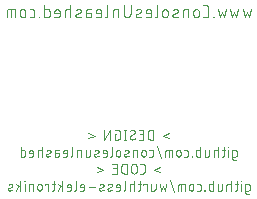
<source format=gbr>
G04 EAGLE Gerber RS-274X export*
G75*
%MOMM*%
%FSLAX34Y34*%
%LPD*%
%INSilkscreen Bottom*%
%IPPOS*%
%AMOC8*
5,1,8,0,0,1.08239X$1,22.5*%
G01*
%ADD10C,0.076200*%


D10*
X217702Y185006D02*
X215996Y178181D01*
X214290Y182731D01*
X212583Y178181D01*
X210877Y185006D01*
X207142Y185006D02*
X205436Y178181D01*
X203730Y182731D01*
X202023Y178181D01*
X200317Y185006D01*
X196582Y185006D02*
X194876Y178181D01*
X193170Y182731D01*
X191463Y178181D01*
X189757Y185006D01*
X186194Y178750D02*
X186194Y178181D01*
X186194Y178750D02*
X185625Y178750D01*
X185625Y178181D01*
X186194Y178181D01*
X179575Y178181D02*
X177300Y178181D01*
X179575Y178181D02*
X179669Y178183D01*
X179763Y178189D01*
X179856Y178198D01*
X179949Y178212D01*
X180042Y178229D01*
X180133Y178251D01*
X180224Y178276D01*
X180314Y178304D01*
X180402Y178337D01*
X180489Y178373D01*
X180574Y178412D01*
X180658Y178455D01*
X180740Y178502D01*
X180819Y178551D01*
X180897Y178605D01*
X180972Y178661D01*
X181045Y178720D01*
X181116Y178782D01*
X181184Y178847D01*
X181249Y178915D01*
X181311Y178986D01*
X181370Y179059D01*
X181427Y179134D01*
X181480Y179212D01*
X181529Y179291D01*
X181576Y179373D01*
X181619Y179457D01*
X181658Y179542D01*
X181694Y179629D01*
X181727Y179717D01*
X181755Y179807D01*
X181780Y179898D01*
X181802Y179989D01*
X181819Y180082D01*
X181833Y180175D01*
X181842Y180268D01*
X181848Y180362D01*
X181850Y180456D01*
X181851Y180456D02*
X181851Y186144D01*
X181850Y186144D02*
X181848Y186238D01*
X181842Y186332D01*
X181833Y186425D01*
X181819Y186518D01*
X181802Y186611D01*
X181780Y186702D01*
X181755Y186793D01*
X181727Y186883D01*
X181694Y186971D01*
X181658Y187058D01*
X181619Y187143D01*
X181576Y187227D01*
X181529Y187309D01*
X181480Y187388D01*
X181427Y187466D01*
X181370Y187541D01*
X181311Y187614D01*
X181249Y187685D01*
X181184Y187753D01*
X181116Y187818D01*
X181045Y187880D01*
X180972Y187939D01*
X180897Y187995D01*
X180819Y188049D01*
X180740Y188098D01*
X180658Y188145D01*
X180574Y188188D01*
X180489Y188227D01*
X180402Y188263D01*
X180314Y188296D01*
X180224Y188324D01*
X180134Y188349D01*
X180042Y188371D01*
X179950Y188388D01*
X179856Y188402D01*
X179763Y188411D01*
X179669Y188417D01*
X179575Y188419D01*
X177300Y188419D01*
X173665Y182731D02*
X173665Y180456D01*
X173665Y182731D02*
X173663Y182825D01*
X173657Y182919D01*
X173648Y183012D01*
X173634Y183105D01*
X173617Y183198D01*
X173595Y183289D01*
X173570Y183380D01*
X173542Y183470D01*
X173509Y183558D01*
X173473Y183645D01*
X173434Y183730D01*
X173391Y183814D01*
X173344Y183896D01*
X173295Y183975D01*
X173242Y184053D01*
X173185Y184128D01*
X173126Y184201D01*
X173064Y184272D01*
X172999Y184340D01*
X172931Y184405D01*
X172860Y184467D01*
X172787Y184526D01*
X172712Y184583D01*
X172634Y184636D01*
X172555Y184685D01*
X172473Y184732D01*
X172389Y184775D01*
X172304Y184814D01*
X172217Y184850D01*
X172129Y184883D01*
X172039Y184911D01*
X171948Y184936D01*
X171857Y184958D01*
X171764Y184975D01*
X171671Y184989D01*
X171578Y184998D01*
X171484Y185004D01*
X171390Y185006D01*
X171296Y185004D01*
X171202Y184998D01*
X171109Y184989D01*
X171016Y184975D01*
X170923Y184958D01*
X170832Y184936D01*
X170741Y184911D01*
X170651Y184883D01*
X170563Y184850D01*
X170476Y184814D01*
X170391Y184775D01*
X170307Y184732D01*
X170225Y184685D01*
X170146Y184636D01*
X170068Y184583D01*
X169993Y184526D01*
X169920Y184467D01*
X169849Y184405D01*
X169781Y184340D01*
X169716Y184272D01*
X169654Y184201D01*
X169595Y184128D01*
X169538Y184053D01*
X169485Y183975D01*
X169436Y183896D01*
X169389Y183814D01*
X169346Y183730D01*
X169307Y183645D01*
X169271Y183558D01*
X169238Y183470D01*
X169210Y183380D01*
X169185Y183289D01*
X169163Y183198D01*
X169146Y183105D01*
X169132Y183012D01*
X169123Y182919D01*
X169117Y182825D01*
X169115Y182731D01*
X169115Y180456D01*
X169117Y180362D01*
X169123Y180268D01*
X169132Y180175D01*
X169146Y180082D01*
X169163Y179989D01*
X169185Y179898D01*
X169210Y179807D01*
X169238Y179717D01*
X169271Y179629D01*
X169307Y179542D01*
X169346Y179457D01*
X169389Y179373D01*
X169436Y179291D01*
X169485Y179212D01*
X169538Y179134D01*
X169595Y179059D01*
X169654Y178986D01*
X169716Y178915D01*
X169781Y178847D01*
X169849Y178782D01*
X169920Y178720D01*
X169993Y178661D01*
X170068Y178604D01*
X170146Y178551D01*
X170225Y178502D01*
X170307Y178455D01*
X170391Y178412D01*
X170476Y178373D01*
X170563Y178337D01*
X170651Y178304D01*
X170741Y178276D01*
X170832Y178251D01*
X170923Y178229D01*
X171016Y178212D01*
X171109Y178198D01*
X171202Y178189D01*
X171296Y178183D01*
X171390Y178181D01*
X171484Y178183D01*
X171578Y178189D01*
X171671Y178198D01*
X171764Y178212D01*
X171857Y178229D01*
X171948Y178251D01*
X172039Y178276D01*
X172129Y178304D01*
X172217Y178337D01*
X172304Y178373D01*
X172389Y178412D01*
X172473Y178455D01*
X172555Y178502D01*
X172634Y178551D01*
X172712Y178604D01*
X172787Y178661D01*
X172860Y178720D01*
X172931Y178782D01*
X172999Y178847D01*
X173064Y178915D01*
X173126Y178986D01*
X173185Y179059D01*
X173242Y179134D01*
X173295Y179212D01*
X173344Y179291D01*
X173391Y179373D01*
X173434Y179457D01*
X173473Y179542D01*
X173509Y179629D01*
X173542Y179717D01*
X173570Y179807D01*
X173595Y179898D01*
X173617Y179989D01*
X173634Y180082D01*
X173648Y180175D01*
X173657Y180268D01*
X173663Y180362D01*
X173665Y180456D01*
X164755Y178181D02*
X164755Y185006D01*
X161911Y185006D01*
X161830Y185004D01*
X161749Y184998D01*
X161668Y184989D01*
X161588Y184975D01*
X161509Y184958D01*
X161430Y184937D01*
X161353Y184912D01*
X161277Y184884D01*
X161202Y184852D01*
X161129Y184816D01*
X161058Y184777D01*
X160989Y184735D01*
X160921Y184690D01*
X160856Y184641D01*
X160794Y184589D01*
X160734Y184535D01*
X160676Y184477D01*
X160622Y184417D01*
X160570Y184355D01*
X160521Y184290D01*
X160476Y184222D01*
X160434Y184153D01*
X160395Y184082D01*
X160359Y184009D01*
X160327Y183934D01*
X160299Y183858D01*
X160274Y183781D01*
X160253Y183702D01*
X160236Y183623D01*
X160222Y183543D01*
X160213Y183462D01*
X160207Y183381D01*
X160205Y183300D01*
X160205Y178181D01*
X154992Y182162D02*
X152148Y181025D01*
X154992Y182162D02*
X155061Y182192D01*
X155129Y182226D01*
X155196Y182263D01*
X155260Y182303D01*
X155322Y182347D01*
X155382Y182393D01*
X155439Y182443D01*
X155494Y182496D01*
X155545Y182551D01*
X155594Y182609D01*
X155640Y182669D01*
X155683Y182732D01*
X155722Y182796D01*
X155759Y182863D01*
X155791Y182931D01*
X155820Y183001D01*
X155846Y183073D01*
X155867Y183145D01*
X155885Y183219D01*
X155900Y183294D01*
X155910Y183369D01*
X155916Y183444D01*
X155919Y183520D01*
X155918Y183596D01*
X155912Y183671D01*
X155903Y183747D01*
X155890Y183821D01*
X155874Y183895D01*
X155853Y183968D01*
X155829Y184040D01*
X155801Y184110D01*
X155769Y184179D01*
X155734Y184247D01*
X155696Y184312D01*
X155654Y184375D01*
X155609Y184436D01*
X155561Y184495D01*
X155510Y184551D01*
X155457Y184605D01*
X155400Y184655D01*
X155341Y184703D01*
X155280Y184747D01*
X155216Y184789D01*
X155151Y184827D01*
X155083Y184861D01*
X155014Y184892D01*
X154944Y184920D01*
X154872Y184944D01*
X154798Y184964D01*
X154724Y184980D01*
X154650Y184993D01*
X154574Y185001D01*
X154499Y185006D01*
X154423Y185007D01*
X154423Y185006D02*
X154267Y185002D01*
X154112Y184994D01*
X153958Y184983D01*
X153803Y184968D01*
X153649Y184949D01*
X153495Y184926D01*
X153342Y184900D01*
X153190Y184870D01*
X153038Y184836D01*
X152887Y184799D01*
X152738Y184758D01*
X152589Y184713D01*
X152441Y184665D01*
X152295Y184613D01*
X152149Y184558D01*
X152006Y184500D01*
X151863Y184438D01*
X152148Y181026D02*
X152079Y180996D01*
X152011Y180962D01*
X151944Y180925D01*
X151880Y180885D01*
X151818Y180841D01*
X151758Y180795D01*
X151701Y180745D01*
X151646Y180692D01*
X151595Y180637D01*
X151546Y180579D01*
X151500Y180519D01*
X151457Y180456D01*
X151418Y180392D01*
X151381Y180325D01*
X151349Y180257D01*
X151320Y180187D01*
X151294Y180115D01*
X151273Y180043D01*
X151255Y179969D01*
X151240Y179894D01*
X151230Y179819D01*
X151224Y179744D01*
X151221Y179668D01*
X151222Y179592D01*
X151228Y179517D01*
X151237Y179441D01*
X151250Y179367D01*
X151266Y179293D01*
X151287Y179220D01*
X151311Y179148D01*
X151339Y179078D01*
X151371Y179009D01*
X151406Y178941D01*
X151444Y178876D01*
X151486Y178813D01*
X151531Y178752D01*
X151579Y178693D01*
X151630Y178637D01*
X151683Y178583D01*
X151740Y178533D01*
X151799Y178485D01*
X151860Y178441D01*
X151924Y178399D01*
X151989Y178361D01*
X152057Y178327D01*
X152126Y178296D01*
X152196Y178268D01*
X152268Y178244D01*
X152342Y178224D01*
X152416Y178208D01*
X152490Y178195D01*
X152566Y178187D01*
X152641Y178182D01*
X152717Y178181D01*
X152945Y178187D01*
X153173Y178198D01*
X153400Y178215D01*
X153627Y178237D01*
X153854Y178265D01*
X154080Y178297D01*
X154304Y178336D01*
X154528Y178379D01*
X154751Y178428D01*
X154973Y178482D01*
X155193Y178541D01*
X155412Y178605D01*
X155629Y178675D01*
X155845Y178750D01*
X147265Y180456D02*
X147265Y182731D01*
X147263Y182825D01*
X147257Y182919D01*
X147248Y183012D01*
X147234Y183105D01*
X147217Y183198D01*
X147195Y183289D01*
X147170Y183380D01*
X147142Y183470D01*
X147109Y183558D01*
X147073Y183645D01*
X147034Y183730D01*
X146991Y183814D01*
X146944Y183896D01*
X146895Y183975D01*
X146842Y184053D01*
X146785Y184128D01*
X146726Y184201D01*
X146664Y184272D01*
X146599Y184340D01*
X146531Y184405D01*
X146460Y184467D01*
X146387Y184526D01*
X146312Y184583D01*
X146234Y184636D01*
X146155Y184685D01*
X146073Y184732D01*
X145989Y184775D01*
X145904Y184814D01*
X145817Y184850D01*
X145729Y184883D01*
X145639Y184911D01*
X145548Y184936D01*
X145457Y184958D01*
X145364Y184975D01*
X145271Y184989D01*
X145178Y184998D01*
X145084Y185004D01*
X144990Y185006D01*
X144896Y185004D01*
X144802Y184998D01*
X144709Y184989D01*
X144616Y184975D01*
X144523Y184958D01*
X144432Y184936D01*
X144341Y184911D01*
X144251Y184883D01*
X144163Y184850D01*
X144076Y184814D01*
X143991Y184775D01*
X143907Y184732D01*
X143825Y184685D01*
X143746Y184636D01*
X143668Y184583D01*
X143593Y184526D01*
X143520Y184467D01*
X143449Y184405D01*
X143381Y184340D01*
X143316Y184272D01*
X143254Y184201D01*
X143195Y184128D01*
X143138Y184053D01*
X143085Y183975D01*
X143036Y183896D01*
X142989Y183814D01*
X142946Y183730D01*
X142907Y183645D01*
X142871Y183558D01*
X142838Y183470D01*
X142810Y183380D01*
X142785Y183289D01*
X142763Y183198D01*
X142746Y183105D01*
X142732Y183012D01*
X142723Y182919D01*
X142717Y182825D01*
X142715Y182731D01*
X142715Y180456D01*
X142717Y180362D01*
X142723Y180268D01*
X142732Y180175D01*
X142746Y180082D01*
X142763Y179989D01*
X142785Y179898D01*
X142810Y179807D01*
X142838Y179717D01*
X142871Y179629D01*
X142907Y179542D01*
X142946Y179457D01*
X142989Y179373D01*
X143036Y179291D01*
X143085Y179212D01*
X143138Y179134D01*
X143195Y179059D01*
X143254Y178986D01*
X143316Y178915D01*
X143381Y178847D01*
X143449Y178782D01*
X143520Y178720D01*
X143593Y178661D01*
X143668Y178604D01*
X143746Y178551D01*
X143825Y178502D01*
X143907Y178455D01*
X143991Y178412D01*
X144076Y178373D01*
X144163Y178337D01*
X144251Y178304D01*
X144341Y178276D01*
X144432Y178251D01*
X144523Y178229D01*
X144616Y178212D01*
X144709Y178198D01*
X144802Y178189D01*
X144896Y178183D01*
X144990Y178181D01*
X145084Y178183D01*
X145178Y178189D01*
X145271Y178198D01*
X145364Y178212D01*
X145457Y178229D01*
X145548Y178251D01*
X145639Y178276D01*
X145729Y178304D01*
X145817Y178337D01*
X145904Y178373D01*
X145989Y178412D01*
X146073Y178455D01*
X146155Y178502D01*
X146234Y178551D01*
X146312Y178604D01*
X146387Y178661D01*
X146460Y178720D01*
X146531Y178782D01*
X146599Y178847D01*
X146664Y178915D01*
X146726Y178986D01*
X146785Y179059D01*
X146842Y179134D01*
X146895Y179212D01*
X146944Y179291D01*
X146991Y179373D01*
X147034Y179457D01*
X147073Y179542D01*
X147109Y179629D01*
X147142Y179717D01*
X147170Y179807D01*
X147195Y179898D01*
X147217Y179989D01*
X147234Y180082D01*
X147248Y180175D01*
X147257Y180268D01*
X147263Y180362D01*
X147265Y180456D01*
X138542Y179887D02*
X138542Y188419D01*
X138542Y179887D02*
X138540Y179806D01*
X138534Y179725D01*
X138525Y179644D01*
X138511Y179564D01*
X138494Y179485D01*
X138473Y179406D01*
X138448Y179329D01*
X138420Y179253D01*
X138388Y179178D01*
X138352Y179105D01*
X138313Y179034D01*
X138271Y178965D01*
X138226Y178897D01*
X138177Y178832D01*
X138125Y178770D01*
X138071Y178710D01*
X138013Y178652D01*
X137953Y178598D01*
X137891Y178546D01*
X137826Y178497D01*
X137758Y178452D01*
X137689Y178410D01*
X137618Y178371D01*
X137545Y178335D01*
X137470Y178303D01*
X137394Y178275D01*
X137317Y178250D01*
X137238Y178229D01*
X137159Y178212D01*
X137079Y178198D01*
X136998Y178189D01*
X136917Y178183D01*
X136836Y178181D01*
X131699Y178181D02*
X128855Y178181D01*
X131699Y178181D02*
X131780Y178183D01*
X131861Y178189D01*
X131942Y178198D01*
X132022Y178212D01*
X132101Y178229D01*
X132180Y178250D01*
X132257Y178275D01*
X132333Y178303D01*
X132408Y178335D01*
X132481Y178371D01*
X132552Y178410D01*
X132621Y178452D01*
X132689Y178497D01*
X132754Y178546D01*
X132816Y178598D01*
X132876Y178652D01*
X132934Y178710D01*
X132988Y178770D01*
X133040Y178832D01*
X133089Y178897D01*
X133134Y178965D01*
X133176Y179034D01*
X133215Y179105D01*
X133251Y179178D01*
X133283Y179253D01*
X133311Y179329D01*
X133336Y179406D01*
X133357Y179485D01*
X133374Y179564D01*
X133388Y179644D01*
X133397Y179725D01*
X133403Y179806D01*
X133405Y179887D01*
X133405Y182731D01*
X133403Y182825D01*
X133397Y182919D01*
X133388Y183012D01*
X133374Y183105D01*
X133357Y183198D01*
X133335Y183289D01*
X133310Y183380D01*
X133282Y183470D01*
X133249Y183558D01*
X133213Y183645D01*
X133174Y183730D01*
X133131Y183814D01*
X133084Y183896D01*
X133035Y183975D01*
X132982Y184053D01*
X132925Y184128D01*
X132866Y184201D01*
X132804Y184272D01*
X132739Y184340D01*
X132671Y184405D01*
X132600Y184467D01*
X132527Y184526D01*
X132452Y184583D01*
X132374Y184636D01*
X132295Y184685D01*
X132213Y184732D01*
X132129Y184775D01*
X132044Y184814D01*
X131957Y184850D01*
X131869Y184883D01*
X131779Y184911D01*
X131688Y184936D01*
X131597Y184958D01*
X131504Y184975D01*
X131411Y184989D01*
X131318Y184998D01*
X131224Y185004D01*
X131130Y185006D01*
X131036Y185004D01*
X130942Y184998D01*
X130849Y184989D01*
X130756Y184975D01*
X130663Y184958D01*
X130572Y184936D01*
X130481Y184911D01*
X130391Y184883D01*
X130303Y184850D01*
X130216Y184814D01*
X130131Y184775D01*
X130047Y184732D01*
X129965Y184685D01*
X129886Y184636D01*
X129808Y184583D01*
X129733Y184526D01*
X129660Y184467D01*
X129589Y184405D01*
X129521Y184340D01*
X129456Y184272D01*
X129394Y184201D01*
X129335Y184128D01*
X129278Y184053D01*
X129225Y183975D01*
X129176Y183896D01*
X129129Y183814D01*
X129086Y183730D01*
X129047Y183645D01*
X129011Y183558D01*
X128978Y183470D01*
X128950Y183380D01*
X128925Y183289D01*
X128903Y183198D01*
X128886Y183105D01*
X128872Y183012D01*
X128863Y182919D01*
X128857Y182825D01*
X128855Y182731D01*
X128855Y181594D01*
X133405Y181594D01*
X123972Y182162D02*
X121128Y181025D01*
X123972Y182162D02*
X124041Y182192D01*
X124109Y182226D01*
X124176Y182263D01*
X124240Y182303D01*
X124302Y182347D01*
X124362Y182393D01*
X124419Y182443D01*
X124474Y182496D01*
X124525Y182551D01*
X124574Y182609D01*
X124620Y182669D01*
X124663Y182732D01*
X124702Y182796D01*
X124739Y182863D01*
X124771Y182931D01*
X124800Y183001D01*
X124826Y183073D01*
X124847Y183145D01*
X124865Y183219D01*
X124880Y183294D01*
X124890Y183369D01*
X124896Y183444D01*
X124899Y183520D01*
X124898Y183596D01*
X124892Y183671D01*
X124883Y183747D01*
X124870Y183821D01*
X124854Y183895D01*
X124833Y183968D01*
X124809Y184040D01*
X124781Y184110D01*
X124749Y184179D01*
X124714Y184247D01*
X124676Y184312D01*
X124634Y184375D01*
X124589Y184436D01*
X124541Y184495D01*
X124490Y184551D01*
X124437Y184605D01*
X124380Y184655D01*
X124321Y184703D01*
X124260Y184747D01*
X124196Y184789D01*
X124131Y184827D01*
X124063Y184861D01*
X123994Y184892D01*
X123924Y184920D01*
X123852Y184944D01*
X123778Y184964D01*
X123704Y184980D01*
X123630Y184993D01*
X123554Y185001D01*
X123479Y185006D01*
X123403Y185007D01*
X123403Y185006D02*
X123247Y185002D01*
X123092Y184994D01*
X122938Y184983D01*
X122783Y184968D01*
X122629Y184949D01*
X122475Y184926D01*
X122322Y184900D01*
X122170Y184870D01*
X122018Y184836D01*
X121867Y184799D01*
X121718Y184758D01*
X121569Y184713D01*
X121421Y184665D01*
X121275Y184613D01*
X121129Y184558D01*
X120986Y184500D01*
X120843Y184438D01*
X121128Y181026D02*
X121059Y180996D01*
X120991Y180962D01*
X120924Y180925D01*
X120860Y180885D01*
X120798Y180841D01*
X120738Y180795D01*
X120681Y180745D01*
X120626Y180692D01*
X120575Y180637D01*
X120526Y180579D01*
X120480Y180519D01*
X120437Y180456D01*
X120398Y180392D01*
X120361Y180325D01*
X120329Y180257D01*
X120300Y180187D01*
X120274Y180115D01*
X120253Y180043D01*
X120235Y179969D01*
X120220Y179894D01*
X120210Y179819D01*
X120204Y179744D01*
X120201Y179668D01*
X120202Y179592D01*
X120208Y179517D01*
X120217Y179441D01*
X120230Y179367D01*
X120246Y179293D01*
X120267Y179220D01*
X120291Y179148D01*
X120319Y179078D01*
X120351Y179009D01*
X120386Y178941D01*
X120424Y178876D01*
X120466Y178813D01*
X120511Y178752D01*
X120559Y178693D01*
X120610Y178637D01*
X120663Y178583D01*
X120720Y178533D01*
X120779Y178485D01*
X120840Y178441D01*
X120904Y178399D01*
X120969Y178361D01*
X121037Y178327D01*
X121106Y178296D01*
X121176Y178268D01*
X121248Y178244D01*
X121322Y178224D01*
X121396Y178208D01*
X121470Y178195D01*
X121546Y178187D01*
X121621Y178182D01*
X121697Y178181D01*
X121925Y178187D01*
X122153Y178198D01*
X122380Y178215D01*
X122607Y178237D01*
X122834Y178265D01*
X123060Y178297D01*
X123284Y178336D01*
X123508Y178379D01*
X123731Y178428D01*
X123953Y178482D01*
X124173Y178541D01*
X124392Y178605D01*
X124609Y178675D01*
X124825Y178750D01*
X115824Y181025D02*
X115824Y188419D01*
X115824Y181025D02*
X115822Y180920D01*
X115816Y180815D01*
X115807Y180710D01*
X115793Y180606D01*
X115776Y180502D01*
X115754Y180399D01*
X115729Y180297D01*
X115701Y180196D01*
X115668Y180096D01*
X115632Y179998D01*
X115592Y179900D01*
X115549Y179805D01*
X115502Y179710D01*
X115452Y179618D01*
X115398Y179528D01*
X115341Y179440D01*
X115281Y179353D01*
X115218Y179269D01*
X115151Y179188D01*
X115082Y179109D01*
X115010Y179033D01*
X114935Y178959D01*
X114857Y178888D01*
X114777Y178820D01*
X114694Y178755D01*
X114609Y178694D01*
X114522Y178635D01*
X114432Y178580D01*
X114341Y178528D01*
X114248Y178479D01*
X114153Y178434D01*
X114056Y178392D01*
X113958Y178355D01*
X113859Y178320D01*
X113758Y178290D01*
X113657Y178263D01*
X113554Y178240D01*
X113451Y178220D01*
X113347Y178205D01*
X113242Y178193D01*
X113138Y178185D01*
X113033Y178181D01*
X112927Y178181D01*
X112822Y178185D01*
X112718Y178193D01*
X112613Y178205D01*
X112509Y178220D01*
X112406Y178240D01*
X112303Y178263D01*
X112202Y178290D01*
X112101Y178320D01*
X112002Y178355D01*
X111904Y178392D01*
X111807Y178434D01*
X111712Y178479D01*
X111619Y178528D01*
X111528Y178580D01*
X111438Y178635D01*
X111351Y178694D01*
X111266Y178755D01*
X111183Y178820D01*
X111103Y178888D01*
X111025Y178959D01*
X110950Y179033D01*
X110878Y179109D01*
X110809Y179188D01*
X110742Y179269D01*
X110679Y179353D01*
X110619Y179440D01*
X110562Y179528D01*
X110508Y179618D01*
X110458Y179710D01*
X110411Y179805D01*
X110368Y179900D01*
X110328Y179998D01*
X110292Y180096D01*
X110259Y180196D01*
X110231Y180297D01*
X110206Y180399D01*
X110184Y180502D01*
X110167Y180606D01*
X110153Y180710D01*
X110144Y180815D01*
X110138Y180920D01*
X110136Y181025D01*
X110136Y188419D01*
X105355Y185006D02*
X105355Y178181D01*
X105355Y185006D02*
X102511Y185006D01*
X102430Y185004D01*
X102349Y184998D01*
X102268Y184989D01*
X102188Y184975D01*
X102109Y184958D01*
X102030Y184937D01*
X101953Y184912D01*
X101877Y184884D01*
X101802Y184852D01*
X101729Y184816D01*
X101658Y184777D01*
X101589Y184735D01*
X101521Y184690D01*
X101456Y184641D01*
X101394Y184589D01*
X101334Y184535D01*
X101276Y184477D01*
X101222Y184417D01*
X101170Y184355D01*
X101121Y184290D01*
X101076Y184222D01*
X101034Y184153D01*
X100995Y184082D01*
X100959Y184009D01*
X100927Y183934D01*
X100899Y183858D01*
X100874Y183781D01*
X100853Y183702D01*
X100836Y183623D01*
X100822Y183543D01*
X100813Y183462D01*
X100807Y183381D01*
X100805Y183300D01*
X100805Y178181D01*
X96302Y179887D02*
X96302Y188419D01*
X96302Y179887D02*
X96300Y179806D01*
X96294Y179725D01*
X96285Y179644D01*
X96271Y179564D01*
X96254Y179485D01*
X96233Y179406D01*
X96208Y179329D01*
X96180Y179253D01*
X96148Y179178D01*
X96112Y179105D01*
X96073Y179034D01*
X96031Y178965D01*
X95986Y178897D01*
X95937Y178832D01*
X95885Y178770D01*
X95831Y178710D01*
X95773Y178652D01*
X95713Y178598D01*
X95651Y178546D01*
X95586Y178497D01*
X95518Y178452D01*
X95449Y178410D01*
X95378Y178371D01*
X95305Y178335D01*
X95230Y178303D01*
X95154Y178275D01*
X95077Y178250D01*
X94998Y178229D01*
X94919Y178212D01*
X94839Y178198D01*
X94758Y178189D01*
X94677Y178183D01*
X94596Y178181D01*
X89459Y178181D02*
X86615Y178181D01*
X89459Y178181D02*
X89540Y178183D01*
X89621Y178189D01*
X89702Y178198D01*
X89782Y178212D01*
X89861Y178229D01*
X89940Y178250D01*
X90017Y178275D01*
X90093Y178303D01*
X90168Y178335D01*
X90241Y178371D01*
X90312Y178410D01*
X90381Y178452D01*
X90449Y178497D01*
X90514Y178546D01*
X90576Y178598D01*
X90636Y178652D01*
X90694Y178710D01*
X90748Y178770D01*
X90800Y178832D01*
X90849Y178897D01*
X90894Y178965D01*
X90936Y179034D01*
X90975Y179105D01*
X91011Y179178D01*
X91043Y179253D01*
X91071Y179329D01*
X91096Y179406D01*
X91117Y179485D01*
X91134Y179564D01*
X91148Y179644D01*
X91157Y179725D01*
X91163Y179806D01*
X91165Y179887D01*
X91165Y182731D01*
X91163Y182825D01*
X91157Y182919D01*
X91148Y183012D01*
X91134Y183105D01*
X91117Y183198D01*
X91095Y183289D01*
X91070Y183380D01*
X91042Y183470D01*
X91009Y183558D01*
X90973Y183645D01*
X90934Y183730D01*
X90891Y183814D01*
X90844Y183896D01*
X90795Y183975D01*
X90742Y184053D01*
X90685Y184128D01*
X90626Y184201D01*
X90564Y184272D01*
X90499Y184340D01*
X90431Y184405D01*
X90360Y184467D01*
X90287Y184526D01*
X90212Y184583D01*
X90134Y184636D01*
X90055Y184685D01*
X89973Y184732D01*
X89889Y184775D01*
X89804Y184814D01*
X89717Y184850D01*
X89629Y184883D01*
X89539Y184911D01*
X89448Y184936D01*
X89357Y184958D01*
X89264Y184975D01*
X89171Y184989D01*
X89078Y184998D01*
X88984Y185004D01*
X88890Y185006D01*
X88796Y185004D01*
X88702Y184998D01*
X88609Y184989D01*
X88516Y184975D01*
X88423Y184958D01*
X88332Y184936D01*
X88241Y184911D01*
X88151Y184883D01*
X88063Y184850D01*
X87976Y184814D01*
X87891Y184775D01*
X87807Y184732D01*
X87725Y184685D01*
X87646Y184636D01*
X87568Y184583D01*
X87493Y184526D01*
X87420Y184467D01*
X87349Y184405D01*
X87281Y184340D01*
X87216Y184272D01*
X87154Y184201D01*
X87095Y184128D01*
X87038Y184053D01*
X86985Y183975D01*
X86936Y183896D01*
X86889Y183814D01*
X86846Y183730D01*
X86807Y183645D01*
X86771Y183558D01*
X86738Y183470D01*
X86710Y183380D01*
X86685Y183289D01*
X86663Y183198D01*
X86646Y183105D01*
X86632Y183012D01*
X86623Y182919D01*
X86617Y182825D01*
X86615Y182731D01*
X86615Y181594D01*
X91165Y181594D01*
X80642Y182162D02*
X78083Y182162D01*
X80642Y182163D02*
X80730Y182161D01*
X80818Y182155D01*
X80906Y182145D01*
X80993Y182132D01*
X81079Y182114D01*
X81164Y182093D01*
X81249Y182068D01*
X81332Y182040D01*
X81414Y182007D01*
X81495Y181971D01*
X81573Y181932D01*
X81650Y181889D01*
X81725Y181843D01*
X81798Y181793D01*
X81869Y181740D01*
X81937Y181685D01*
X82002Y181626D01*
X82065Y181564D01*
X82126Y181500D01*
X82183Y181433D01*
X82237Y181364D01*
X82288Y181292D01*
X82336Y181218D01*
X82381Y181142D01*
X82422Y181064D01*
X82460Y180984D01*
X82494Y180903D01*
X82524Y180821D01*
X82551Y180737D01*
X82574Y180652D01*
X82594Y180566D01*
X82609Y180479D01*
X82621Y180392D01*
X82629Y180304D01*
X82633Y180216D01*
X82633Y180128D01*
X82629Y180040D01*
X82621Y179952D01*
X82609Y179865D01*
X82594Y179778D01*
X82574Y179692D01*
X82551Y179607D01*
X82524Y179523D01*
X82494Y179441D01*
X82460Y179360D01*
X82422Y179280D01*
X82381Y179202D01*
X82336Y179126D01*
X82288Y179052D01*
X82237Y178980D01*
X82183Y178911D01*
X82126Y178844D01*
X82065Y178780D01*
X82002Y178718D01*
X81937Y178659D01*
X81869Y178604D01*
X81798Y178551D01*
X81725Y178501D01*
X81650Y178455D01*
X81573Y178412D01*
X81495Y178373D01*
X81414Y178337D01*
X81332Y178304D01*
X81249Y178276D01*
X81164Y178251D01*
X81079Y178230D01*
X80993Y178212D01*
X80906Y178199D01*
X80818Y178189D01*
X80730Y178183D01*
X80642Y178181D01*
X78083Y178181D01*
X78083Y183300D01*
X78085Y183381D01*
X78091Y183462D01*
X78100Y183543D01*
X78114Y183623D01*
X78131Y183702D01*
X78152Y183781D01*
X78177Y183858D01*
X78205Y183934D01*
X78237Y184009D01*
X78273Y184082D01*
X78312Y184153D01*
X78354Y184222D01*
X78399Y184290D01*
X78448Y184355D01*
X78500Y184417D01*
X78554Y184477D01*
X78612Y184535D01*
X78672Y184589D01*
X78734Y184641D01*
X78799Y184690D01*
X78867Y184735D01*
X78936Y184777D01*
X79007Y184816D01*
X79080Y184852D01*
X79155Y184884D01*
X79231Y184912D01*
X79308Y184937D01*
X79387Y184958D01*
X79466Y184975D01*
X79546Y184989D01*
X79627Y184998D01*
X79708Y185004D01*
X79789Y185006D01*
X82064Y185006D01*
X72822Y182162D02*
X69978Y181025D01*
X72822Y182162D02*
X72891Y182192D01*
X72959Y182226D01*
X73026Y182263D01*
X73090Y182303D01*
X73152Y182347D01*
X73212Y182393D01*
X73269Y182443D01*
X73324Y182496D01*
X73375Y182551D01*
X73424Y182609D01*
X73470Y182669D01*
X73513Y182732D01*
X73552Y182796D01*
X73589Y182863D01*
X73621Y182931D01*
X73650Y183001D01*
X73676Y183073D01*
X73697Y183145D01*
X73715Y183219D01*
X73730Y183294D01*
X73740Y183369D01*
X73746Y183444D01*
X73749Y183520D01*
X73748Y183596D01*
X73742Y183671D01*
X73733Y183747D01*
X73720Y183821D01*
X73704Y183895D01*
X73683Y183968D01*
X73659Y184040D01*
X73631Y184110D01*
X73599Y184179D01*
X73564Y184247D01*
X73526Y184312D01*
X73484Y184375D01*
X73439Y184436D01*
X73391Y184495D01*
X73340Y184551D01*
X73287Y184605D01*
X73230Y184655D01*
X73171Y184703D01*
X73110Y184747D01*
X73046Y184789D01*
X72981Y184827D01*
X72913Y184861D01*
X72844Y184892D01*
X72774Y184920D01*
X72702Y184944D01*
X72628Y184964D01*
X72554Y184980D01*
X72480Y184993D01*
X72404Y185001D01*
X72329Y185006D01*
X72253Y185007D01*
X72254Y185006D02*
X72098Y185002D01*
X71943Y184994D01*
X71789Y184983D01*
X71634Y184968D01*
X71480Y184949D01*
X71326Y184926D01*
X71173Y184900D01*
X71021Y184870D01*
X70869Y184836D01*
X70718Y184799D01*
X70569Y184758D01*
X70420Y184713D01*
X70272Y184665D01*
X70126Y184613D01*
X69980Y184558D01*
X69837Y184500D01*
X69694Y184438D01*
X69978Y181026D02*
X69909Y180996D01*
X69841Y180962D01*
X69774Y180925D01*
X69710Y180885D01*
X69648Y180841D01*
X69588Y180795D01*
X69531Y180745D01*
X69476Y180692D01*
X69425Y180637D01*
X69376Y180579D01*
X69330Y180519D01*
X69287Y180456D01*
X69248Y180392D01*
X69211Y180325D01*
X69179Y180257D01*
X69150Y180187D01*
X69124Y180115D01*
X69103Y180043D01*
X69085Y179969D01*
X69070Y179894D01*
X69060Y179819D01*
X69054Y179744D01*
X69051Y179668D01*
X69052Y179592D01*
X69058Y179517D01*
X69067Y179441D01*
X69080Y179367D01*
X69096Y179293D01*
X69117Y179220D01*
X69141Y179148D01*
X69169Y179078D01*
X69201Y179009D01*
X69236Y178941D01*
X69274Y178876D01*
X69316Y178813D01*
X69361Y178752D01*
X69409Y178693D01*
X69460Y178637D01*
X69513Y178583D01*
X69570Y178533D01*
X69629Y178485D01*
X69690Y178441D01*
X69754Y178399D01*
X69819Y178361D01*
X69887Y178327D01*
X69956Y178296D01*
X70026Y178268D01*
X70098Y178244D01*
X70172Y178224D01*
X70246Y178208D01*
X70320Y178195D01*
X70396Y178187D01*
X70471Y178182D01*
X70547Y178181D01*
X70775Y178187D01*
X71003Y178198D01*
X71230Y178215D01*
X71457Y178237D01*
X71684Y178265D01*
X71910Y178297D01*
X72134Y178336D01*
X72358Y178379D01*
X72581Y178428D01*
X72803Y178482D01*
X73023Y178541D01*
X73242Y178605D01*
X73459Y178675D01*
X73675Y178750D01*
X64765Y178181D02*
X64765Y188419D01*
X64765Y185006D02*
X61921Y185006D01*
X61840Y185004D01*
X61759Y184998D01*
X61678Y184989D01*
X61598Y184975D01*
X61519Y184958D01*
X61440Y184937D01*
X61363Y184912D01*
X61287Y184884D01*
X61212Y184852D01*
X61139Y184816D01*
X61068Y184777D01*
X60999Y184735D01*
X60931Y184690D01*
X60866Y184641D01*
X60804Y184589D01*
X60744Y184535D01*
X60686Y184477D01*
X60632Y184417D01*
X60580Y184355D01*
X60531Y184290D01*
X60486Y184222D01*
X60444Y184153D01*
X60405Y184082D01*
X60369Y184009D01*
X60337Y183934D01*
X60309Y183858D01*
X60284Y183781D01*
X60263Y183702D01*
X60246Y183623D01*
X60232Y183543D01*
X60223Y183462D01*
X60217Y183381D01*
X60215Y183300D01*
X60215Y178181D01*
X54149Y178181D02*
X51305Y178181D01*
X54149Y178181D02*
X54230Y178183D01*
X54311Y178189D01*
X54392Y178198D01*
X54472Y178212D01*
X54551Y178229D01*
X54630Y178250D01*
X54707Y178275D01*
X54783Y178303D01*
X54858Y178335D01*
X54931Y178371D01*
X55002Y178410D01*
X55071Y178452D01*
X55139Y178497D01*
X55204Y178546D01*
X55266Y178598D01*
X55326Y178652D01*
X55384Y178710D01*
X55438Y178770D01*
X55490Y178832D01*
X55539Y178897D01*
X55584Y178965D01*
X55626Y179034D01*
X55665Y179105D01*
X55701Y179178D01*
X55733Y179253D01*
X55761Y179329D01*
X55786Y179406D01*
X55807Y179485D01*
X55824Y179564D01*
X55838Y179644D01*
X55847Y179725D01*
X55853Y179806D01*
X55855Y179887D01*
X55855Y182731D01*
X55853Y182825D01*
X55847Y182919D01*
X55838Y183012D01*
X55824Y183105D01*
X55807Y183198D01*
X55785Y183289D01*
X55760Y183380D01*
X55732Y183470D01*
X55699Y183558D01*
X55663Y183645D01*
X55624Y183730D01*
X55581Y183814D01*
X55534Y183896D01*
X55485Y183975D01*
X55432Y184053D01*
X55375Y184128D01*
X55316Y184201D01*
X55254Y184272D01*
X55189Y184340D01*
X55121Y184405D01*
X55050Y184467D01*
X54977Y184526D01*
X54902Y184583D01*
X54824Y184636D01*
X54745Y184685D01*
X54663Y184732D01*
X54579Y184775D01*
X54494Y184814D01*
X54407Y184850D01*
X54319Y184883D01*
X54229Y184911D01*
X54138Y184936D01*
X54047Y184958D01*
X53954Y184975D01*
X53861Y184989D01*
X53768Y184998D01*
X53674Y185004D01*
X53580Y185006D01*
X53486Y185004D01*
X53392Y184998D01*
X53299Y184989D01*
X53206Y184975D01*
X53113Y184958D01*
X53022Y184936D01*
X52931Y184911D01*
X52841Y184883D01*
X52753Y184850D01*
X52666Y184814D01*
X52581Y184775D01*
X52497Y184732D01*
X52415Y184685D01*
X52336Y184636D01*
X52258Y184583D01*
X52183Y184526D01*
X52110Y184467D01*
X52039Y184405D01*
X51971Y184340D01*
X51906Y184272D01*
X51844Y184201D01*
X51785Y184128D01*
X51728Y184053D01*
X51675Y183975D01*
X51626Y183896D01*
X51579Y183814D01*
X51536Y183730D01*
X51497Y183645D01*
X51461Y183558D01*
X51428Y183470D01*
X51400Y183380D01*
X51375Y183289D01*
X51353Y183198D01*
X51336Y183105D01*
X51322Y183012D01*
X51313Y182919D01*
X51307Y182825D01*
X51305Y182731D01*
X51305Y181594D01*
X55855Y181594D01*
X42773Y178181D02*
X42773Y188419D01*
X42773Y178181D02*
X45617Y178181D01*
X45698Y178183D01*
X45779Y178189D01*
X45860Y178198D01*
X45940Y178212D01*
X46019Y178229D01*
X46098Y178250D01*
X46175Y178275D01*
X46251Y178303D01*
X46326Y178335D01*
X46399Y178371D01*
X46470Y178410D01*
X46539Y178452D01*
X46607Y178497D01*
X46672Y178546D01*
X46734Y178598D01*
X46794Y178652D01*
X46852Y178710D01*
X46906Y178770D01*
X46958Y178832D01*
X47007Y178897D01*
X47052Y178965D01*
X47094Y179034D01*
X47133Y179105D01*
X47169Y179178D01*
X47201Y179253D01*
X47229Y179329D01*
X47254Y179406D01*
X47275Y179485D01*
X47292Y179564D01*
X47306Y179644D01*
X47315Y179725D01*
X47321Y179806D01*
X47323Y179887D01*
X47323Y183300D01*
X47321Y183381D01*
X47315Y183462D01*
X47306Y183543D01*
X47292Y183623D01*
X47275Y183702D01*
X47254Y183781D01*
X47229Y183858D01*
X47201Y183934D01*
X47169Y184009D01*
X47133Y184082D01*
X47094Y184153D01*
X47052Y184222D01*
X47007Y184290D01*
X46958Y184355D01*
X46906Y184417D01*
X46852Y184477D01*
X46794Y184535D01*
X46734Y184589D01*
X46672Y184641D01*
X46607Y184690D01*
X46539Y184735D01*
X46470Y184777D01*
X46399Y184816D01*
X46326Y184852D01*
X46251Y184884D01*
X46175Y184912D01*
X46098Y184937D01*
X46019Y184958D01*
X45940Y184975D01*
X45860Y184989D01*
X45779Y184998D01*
X45698Y185004D01*
X45617Y185006D01*
X42773Y185006D01*
X38685Y178750D02*
X38685Y178181D01*
X38685Y178750D02*
X38116Y178750D01*
X38116Y178181D01*
X38685Y178181D01*
X32688Y178181D02*
X30413Y178181D01*
X32688Y178181D02*
X32769Y178183D01*
X32850Y178189D01*
X32931Y178198D01*
X33011Y178212D01*
X33090Y178229D01*
X33169Y178250D01*
X33246Y178275D01*
X33322Y178303D01*
X33397Y178335D01*
X33470Y178371D01*
X33541Y178410D01*
X33610Y178452D01*
X33678Y178497D01*
X33743Y178546D01*
X33805Y178598D01*
X33865Y178652D01*
X33923Y178710D01*
X33977Y178770D01*
X34029Y178832D01*
X34078Y178897D01*
X34123Y178965D01*
X34165Y179034D01*
X34204Y179105D01*
X34240Y179178D01*
X34272Y179253D01*
X34300Y179329D01*
X34325Y179406D01*
X34346Y179485D01*
X34363Y179564D01*
X34377Y179644D01*
X34386Y179725D01*
X34392Y179806D01*
X34394Y179887D01*
X34395Y179887D02*
X34395Y183300D01*
X34394Y183300D02*
X34392Y183381D01*
X34386Y183462D01*
X34377Y183543D01*
X34363Y183623D01*
X34346Y183702D01*
X34325Y183781D01*
X34300Y183858D01*
X34272Y183934D01*
X34240Y184009D01*
X34204Y184082D01*
X34165Y184153D01*
X34123Y184222D01*
X34078Y184290D01*
X34029Y184355D01*
X33977Y184417D01*
X33923Y184477D01*
X33865Y184535D01*
X33805Y184589D01*
X33743Y184641D01*
X33678Y184690D01*
X33610Y184735D01*
X33541Y184777D01*
X33470Y184816D01*
X33397Y184852D01*
X33322Y184884D01*
X33246Y184912D01*
X33169Y184937D01*
X33090Y184958D01*
X33011Y184975D01*
X32931Y184989D01*
X32850Y184998D01*
X32769Y185004D01*
X32688Y185006D01*
X30413Y185006D01*
X26815Y182731D02*
X26815Y180456D01*
X26815Y182731D02*
X26813Y182825D01*
X26807Y182919D01*
X26798Y183012D01*
X26784Y183105D01*
X26767Y183198D01*
X26745Y183289D01*
X26720Y183380D01*
X26692Y183470D01*
X26659Y183558D01*
X26623Y183645D01*
X26584Y183730D01*
X26541Y183814D01*
X26494Y183896D01*
X26445Y183975D01*
X26392Y184053D01*
X26335Y184128D01*
X26276Y184201D01*
X26214Y184272D01*
X26149Y184340D01*
X26081Y184405D01*
X26010Y184467D01*
X25937Y184526D01*
X25862Y184583D01*
X25784Y184636D01*
X25705Y184685D01*
X25623Y184732D01*
X25539Y184775D01*
X25454Y184814D01*
X25367Y184850D01*
X25279Y184883D01*
X25189Y184911D01*
X25098Y184936D01*
X25007Y184958D01*
X24914Y184975D01*
X24821Y184989D01*
X24728Y184998D01*
X24634Y185004D01*
X24540Y185006D01*
X24446Y185004D01*
X24352Y184998D01*
X24259Y184989D01*
X24166Y184975D01*
X24073Y184958D01*
X23982Y184936D01*
X23891Y184911D01*
X23801Y184883D01*
X23713Y184850D01*
X23626Y184814D01*
X23541Y184775D01*
X23457Y184732D01*
X23375Y184685D01*
X23296Y184636D01*
X23218Y184583D01*
X23143Y184526D01*
X23070Y184467D01*
X22999Y184405D01*
X22931Y184340D01*
X22866Y184272D01*
X22804Y184201D01*
X22745Y184128D01*
X22688Y184053D01*
X22635Y183975D01*
X22586Y183896D01*
X22539Y183814D01*
X22496Y183730D01*
X22457Y183645D01*
X22421Y183558D01*
X22388Y183470D01*
X22360Y183380D01*
X22335Y183289D01*
X22313Y183198D01*
X22296Y183105D01*
X22282Y183012D01*
X22273Y182919D01*
X22267Y182825D01*
X22265Y182731D01*
X22265Y180456D01*
X22267Y180362D01*
X22273Y180268D01*
X22282Y180175D01*
X22296Y180082D01*
X22313Y179989D01*
X22335Y179898D01*
X22360Y179807D01*
X22388Y179717D01*
X22421Y179629D01*
X22457Y179542D01*
X22496Y179457D01*
X22539Y179373D01*
X22586Y179291D01*
X22635Y179212D01*
X22688Y179134D01*
X22745Y179059D01*
X22804Y178986D01*
X22866Y178915D01*
X22931Y178847D01*
X22999Y178782D01*
X23070Y178720D01*
X23143Y178661D01*
X23218Y178604D01*
X23296Y178551D01*
X23375Y178502D01*
X23457Y178455D01*
X23541Y178412D01*
X23626Y178373D01*
X23713Y178337D01*
X23801Y178304D01*
X23891Y178276D01*
X23982Y178251D01*
X24073Y178229D01*
X24166Y178212D01*
X24259Y178198D01*
X24352Y178189D01*
X24446Y178183D01*
X24540Y178181D01*
X24634Y178183D01*
X24728Y178189D01*
X24821Y178198D01*
X24914Y178212D01*
X25007Y178229D01*
X25098Y178251D01*
X25189Y178276D01*
X25279Y178304D01*
X25367Y178337D01*
X25454Y178373D01*
X25539Y178412D01*
X25623Y178455D01*
X25705Y178502D01*
X25784Y178551D01*
X25862Y178604D01*
X25937Y178661D01*
X26010Y178720D01*
X26081Y178782D01*
X26149Y178847D01*
X26214Y178915D01*
X26276Y178986D01*
X26335Y179059D01*
X26392Y179134D01*
X26445Y179212D01*
X26494Y179291D01*
X26541Y179373D01*
X26584Y179457D01*
X26623Y179542D01*
X26659Y179629D01*
X26692Y179717D01*
X26720Y179807D01*
X26745Y179898D01*
X26767Y179989D01*
X26784Y180082D01*
X26798Y180175D01*
X26807Y180268D01*
X26813Y180362D01*
X26815Y180456D01*
X17723Y178181D02*
X17723Y185006D01*
X12604Y185006D01*
X12523Y185004D01*
X12442Y184998D01*
X12361Y184989D01*
X12281Y184975D01*
X12202Y184958D01*
X12123Y184937D01*
X12046Y184912D01*
X11970Y184884D01*
X11895Y184852D01*
X11822Y184816D01*
X11751Y184777D01*
X11682Y184735D01*
X11614Y184690D01*
X11549Y184641D01*
X11487Y184589D01*
X11427Y184535D01*
X11369Y184477D01*
X11315Y184417D01*
X11263Y184355D01*
X11214Y184290D01*
X11169Y184222D01*
X11127Y184153D01*
X11088Y184082D01*
X11052Y184009D01*
X11020Y183934D01*
X10992Y183858D01*
X10967Y183781D01*
X10946Y183702D01*
X10929Y183623D01*
X10915Y183543D01*
X10906Y183462D01*
X10900Y183381D01*
X10898Y183300D01*
X10898Y178181D01*
X14310Y178181D02*
X14310Y185006D01*
X143144Y77835D02*
X148636Y80123D01*
X148636Y75546D02*
X143144Y77835D01*
X134948Y74631D02*
X134948Y82869D01*
X132660Y82869D01*
X132565Y82867D01*
X132471Y82861D01*
X132377Y82851D01*
X132283Y82838D01*
X132190Y82820D01*
X132098Y82799D01*
X132007Y82774D01*
X131917Y82745D01*
X131828Y82712D01*
X131741Y82676D01*
X131655Y82637D01*
X131571Y82593D01*
X131489Y82547D01*
X131409Y82496D01*
X131331Y82443D01*
X131255Y82387D01*
X131181Y82327D01*
X131110Y82264D01*
X131042Y82199D01*
X130977Y82131D01*
X130914Y82060D01*
X130854Y81986D01*
X130798Y81911D01*
X130745Y81832D01*
X130694Y81752D01*
X130648Y81670D01*
X130604Y81586D01*
X130565Y81500D01*
X130529Y81413D01*
X130496Y81324D01*
X130467Y81234D01*
X130442Y81143D01*
X130421Y81051D01*
X130403Y80958D01*
X130390Y80864D01*
X130380Y80770D01*
X130374Y80676D01*
X130372Y80581D01*
X130372Y76919D01*
X130374Y76824D01*
X130380Y76730D01*
X130390Y76636D01*
X130403Y76542D01*
X130421Y76449D01*
X130442Y76357D01*
X130467Y76266D01*
X130496Y76176D01*
X130529Y76087D01*
X130565Y76000D01*
X130604Y75914D01*
X130648Y75830D01*
X130694Y75748D01*
X130745Y75668D01*
X130798Y75589D01*
X130854Y75514D01*
X130914Y75440D01*
X130977Y75369D01*
X131042Y75301D01*
X131110Y75236D01*
X131181Y75173D01*
X131255Y75113D01*
X131331Y75057D01*
X131409Y75004D01*
X131489Y74953D01*
X131571Y74907D01*
X131655Y74863D01*
X131741Y74824D01*
X131828Y74788D01*
X131917Y74755D01*
X132007Y74726D01*
X132098Y74701D01*
X132190Y74680D01*
X132283Y74662D01*
X132377Y74649D01*
X132471Y74639D01*
X132565Y74633D01*
X132660Y74631D01*
X134948Y74631D01*
X126292Y74631D02*
X122631Y74631D01*
X126292Y74631D02*
X126292Y82869D01*
X122631Y82869D01*
X123546Y79208D02*
X126292Y79208D01*
X117082Y74631D02*
X116997Y74633D01*
X116913Y74639D01*
X116829Y74649D01*
X116746Y74662D01*
X116663Y74680D01*
X116581Y74701D01*
X116500Y74726D01*
X116421Y74755D01*
X116342Y74787D01*
X116266Y74823D01*
X116191Y74862D01*
X116118Y74905D01*
X116047Y74951D01*
X115979Y75001D01*
X115912Y75053D01*
X115848Y75109D01*
X115787Y75167D01*
X115729Y75228D01*
X115673Y75292D01*
X115621Y75359D01*
X115571Y75427D01*
X115525Y75498D01*
X115482Y75571D01*
X115443Y75646D01*
X115407Y75722D01*
X115375Y75801D01*
X115346Y75880D01*
X115321Y75961D01*
X115300Y76043D01*
X115282Y76126D01*
X115269Y76209D01*
X115259Y76293D01*
X115253Y76377D01*
X115251Y76462D01*
X117082Y74631D02*
X117204Y74633D01*
X117326Y74639D01*
X117448Y74648D01*
X117569Y74662D01*
X117690Y74679D01*
X117810Y74700D01*
X117930Y74725D01*
X118049Y74754D01*
X118166Y74786D01*
X118283Y74822D01*
X118399Y74862D01*
X118513Y74905D01*
X118625Y74952D01*
X118737Y75003D01*
X118846Y75057D01*
X118954Y75114D01*
X119060Y75175D01*
X119164Y75239D01*
X119266Y75307D01*
X119365Y75377D01*
X119463Y75451D01*
X119558Y75528D01*
X119650Y75607D01*
X119740Y75690D01*
X119828Y75775D01*
X119600Y81038D02*
X119598Y81123D01*
X119592Y81207D01*
X119582Y81291D01*
X119569Y81374D01*
X119551Y81457D01*
X119530Y81539D01*
X119505Y81620D01*
X119476Y81699D01*
X119444Y81778D01*
X119408Y81854D01*
X119369Y81929D01*
X119326Y82002D01*
X119280Y82073D01*
X119230Y82141D01*
X119178Y82208D01*
X119122Y82272D01*
X119064Y82333D01*
X119003Y82391D01*
X118939Y82447D01*
X118872Y82499D01*
X118804Y82549D01*
X118733Y82595D01*
X118660Y82638D01*
X118585Y82677D01*
X118509Y82713D01*
X118430Y82745D01*
X118351Y82774D01*
X118270Y82799D01*
X118188Y82820D01*
X118105Y82838D01*
X118022Y82851D01*
X117938Y82861D01*
X117854Y82867D01*
X117769Y82869D01*
X117769Y82870D02*
X117653Y82868D01*
X117537Y82862D01*
X117421Y82852D01*
X117305Y82839D01*
X117190Y82821D01*
X117076Y82799D01*
X116963Y82774D01*
X116850Y82745D01*
X116739Y82712D01*
X116628Y82675D01*
X116519Y82634D01*
X116412Y82590D01*
X116306Y82543D01*
X116202Y82491D01*
X116099Y82436D01*
X115998Y82378D01*
X115900Y82317D01*
X115803Y82252D01*
X115709Y82183D01*
X118684Y79436D02*
X118755Y79481D01*
X118824Y79528D01*
X118891Y79578D01*
X118956Y79632D01*
X119018Y79688D01*
X119078Y79747D01*
X119135Y79809D01*
X119189Y79873D01*
X119240Y79940D01*
X119288Y80009D01*
X119333Y80079D01*
X119374Y80152D01*
X119413Y80227D01*
X119448Y80303D01*
X119479Y80381D01*
X119507Y80460D01*
X119531Y80541D01*
X119552Y80622D01*
X119569Y80704D01*
X119582Y80787D01*
X119591Y80870D01*
X119597Y80954D01*
X119599Y81038D01*
X116167Y78064D02*
X116096Y78019D01*
X116027Y77972D01*
X115960Y77922D01*
X115895Y77868D01*
X115833Y77812D01*
X115773Y77753D01*
X115716Y77691D01*
X115662Y77627D01*
X115611Y77560D01*
X115563Y77491D01*
X115518Y77421D01*
X115477Y77348D01*
X115438Y77273D01*
X115403Y77197D01*
X115372Y77119D01*
X115344Y77040D01*
X115320Y76959D01*
X115299Y76878D01*
X115282Y76796D01*
X115269Y76713D01*
X115260Y76630D01*
X115254Y76546D01*
X115252Y76462D01*
X116167Y78064D02*
X118684Y79437D01*
X111330Y82869D02*
X111330Y74631D01*
X112245Y74631D02*
X110415Y74631D01*
X110415Y82869D02*
X112245Y82869D01*
X103665Y79208D02*
X102292Y79208D01*
X102292Y74631D01*
X105038Y74631D01*
X105123Y74633D01*
X105207Y74639D01*
X105291Y74649D01*
X105374Y74662D01*
X105457Y74680D01*
X105539Y74701D01*
X105620Y74726D01*
X105699Y74755D01*
X105778Y74787D01*
X105854Y74823D01*
X105929Y74862D01*
X106002Y74905D01*
X106073Y74951D01*
X106141Y75001D01*
X106208Y75053D01*
X106272Y75109D01*
X106333Y75167D01*
X106391Y75228D01*
X106447Y75292D01*
X106499Y75359D01*
X106549Y75427D01*
X106595Y75498D01*
X106638Y75571D01*
X106677Y75646D01*
X106713Y75722D01*
X106745Y75801D01*
X106774Y75880D01*
X106799Y75961D01*
X106820Y76043D01*
X106838Y76126D01*
X106851Y76209D01*
X106861Y76293D01*
X106867Y76377D01*
X106869Y76462D01*
X106868Y76462D02*
X106868Y81038D01*
X106869Y81038D02*
X106867Y81123D01*
X106861Y81207D01*
X106851Y81291D01*
X106838Y81374D01*
X106820Y81457D01*
X106799Y81539D01*
X106774Y81620D01*
X106745Y81699D01*
X106713Y81778D01*
X106677Y81854D01*
X106638Y81929D01*
X106595Y82002D01*
X106549Y82073D01*
X106499Y82141D01*
X106447Y82208D01*
X106391Y82272D01*
X106333Y82333D01*
X106272Y82391D01*
X106208Y82447D01*
X106141Y82499D01*
X106073Y82549D01*
X106002Y82595D01*
X105929Y82638D01*
X105854Y82677D01*
X105778Y82713D01*
X105699Y82745D01*
X105620Y82774D01*
X105539Y82799D01*
X105457Y82820D01*
X105374Y82838D01*
X105291Y82851D01*
X105207Y82861D01*
X105123Y82867D01*
X105038Y82869D01*
X102292Y82869D01*
X98228Y82869D02*
X98228Y74631D01*
X93652Y74631D02*
X98228Y82869D01*
X93652Y82869D02*
X93652Y74631D01*
X85456Y77835D02*
X79964Y80123D01*
X79964Y75546D02*
X85456Y77835D01*
X202109Y60231D02*
X204398Y60231D01*
X204470Y60233D01*
X204542Y60239D01*
X204613Y60248D01*
X204683Y60261D01*
X204753Y60278D01*
X204822Y60298D01*
X204890Y60322D01*
X204956Y60350D01*
X205021Y60381D01*
X205085Y60415D01*
X205146Y60453D01*
X205205Y60493D01*
X205262Y60537D01*
X205317Y60584D01*
X205369Y60633D01*
X205418Y60685D01*
X205465Y60740D01*
X205509Y60797D01*
X205549Y60856D01*
X205587Y60918D01*
X205621Y60981D01*
X205652Y61046D01*
X205680Y61112D01*
X205704Y61180D01*
X205724Y61249D01*
X205741Y61319D01*
X205754Y61389D01*
X205763Y61460D01*
X205769Y61532D01*
X205771Y61604D01*
X205771Y64350D01*
X205769Y64422D01*
X205763Y64494D01*
X205754Y64565D01*
X205741Y64635D01*
X205724Y64705D01*
X205704Y64774D01*
X205680Y64842D01*
X205652Y64908D01*
X205621Y64973D01*
X205587Y65037D01*
X205549Y65098D01*
X205509Y65157D01*
X205465Y65214D01*
X205418Y65269D01*
X205369Y65321D01*
X205317Y65370D01*
X205262Y65417D01*
X205205Y65461D01*
X205146Y65501D01*
X205085Y65539D01*
X205021Y65573D01*
X204956Y65604D01*
X204890Y65632D01*
X204822Y65656D01*
X204753Y65676D01*
X204683Y65693D01*
X204613Y65706D01*
X204542Y65715D01*
X204470Y65721D01*
X204398Y65723D01*
X202109Y65723D01*
X202109Y58858D01*
X202111Y58786D01*
X202117Y58714D01*
X202126Y58643D01*
X202139Y58573D01*
X202156Y58503D01*
X202176Y58434D01*
X202200Y58366D01*
X202228Y58300D01*
X202259Y58235D01*
X202293Y58172D01*
X202331Y58110D01*
X202371Y58051D01*
X202415Y57994D01*
X202462Y57939D01*
X202511Y57887D01*
X202563Y57838D01*
X202618Y57791D01*
X202675Y57747D01*
X202734Y57707D01*
X202796Y57669D01*
X202859Y57635D01*
X202924Y57604D01*
X202990Y57576D01*
X203058Y57552D01*
X203127Y57532D01*
X203197Y57515D01*
X203267Y57502D01*
X203338Y57493D01*
X203410Y57487D01*
X203482Y57485D01*
X205313Y57485D01*
X198497Y60231D02*
X198497Y65723D01*
X198726Y68011D02*
X198726Y68469D01*
X198268Y68469D01*
X198268Y68011D01*
X198726Y68011D01*
X195887Y65723D02*
X193141Y65723D01*
X194972Y68469D02*
X194972Y61604D01*
X194970Y61532D01*
X194964Y61460D01*
X194955Y61389D01*
X194942Y61319D01*
X194925Y61249D01*
X194905Y61180D01*
X194881Y61112D01*
X194853Y61046D01*
X194822Y60981D01*
X194788Y60918D01*
X194750Y60856D01*
X194710Y60797D01*
X194666Y60740D01*
X194619Y60685D01*
X194570Y60633D01*
X194518Y60584D01*
X194463Y60537D01*
X194406Y60493D01*
X194347Y60453D01*
X194286Y60415D01*
X194222Y60381D01*
X194157Y60350D01*
X194091Y60322D01*
X194023Y60298D01*
X193954Y60278D01*
X193884Y60261D01*
X193814Y60248D01*
X193743Y60239D01*
X193671Y60233D01*
X193599Y60231D01*
X193141Y60231D01*
X189798Y60231D02*
X189798Y68469D01*
X189798Y65723D02*
X187509Y65723D01*
X187437Y65721D01*
X187365Y65715D01*
X187294Y65706D01*
X187224Y65693D01*
X187154Y65676D01*
X187085Y65656D01*
X187017Y65632D01*
X186951Y65604D01*
X186886Y65573D01*
X186823Y65539D01*
X186761Y65501D01*
X186702Y65461D01*
X186645Y65417D01*
X186590Y65370D01*
X186538Y65321D01*
X186489Y65269D01*
X186442Y65214D01*
X186398Y65157D01*
X186358Y65098D01*
X186320Y65037D01*
X186286Y64973D01*
X186255Y64908D01*
X186227Y64842D01*
X186203Y64774D01*
X186183Y64705D01*
X186166Y64635D01*
X186153Y64565D01*
X186144Y64494D01*
X186138Y64422D01*
X186136Y64350D01*
X186136Y60231D01*
X182238Y61604D02*
X182238Y65723D01*
X182238Y61604D02*
X182236Y61532D01*
X182230Y61460D01*
X182221Y61389D01*
X182208Y61319D01*
X182191Y61249D01*
X182171Y61180D01*
X182147Y61112D01*
X182119Y61046D01*
X182088Y60981D01*
X182054Y60918D01*
X182016Y60856D01*
X181976Y60797D01*
X181932Y60740D01*
X181885Y60685D01*
X181836Y60633D01*
X181784Y60584D01*
X181729Y60537D01*
X181672Y60493D01*
X181613Y60453D01*
X181552Y60415D01*
X181488Y60381D01*
X181423Y60350D01*
X181357Y60322D01*
X181289Y60298D01*
X181220Y60278D01*
X181150Y60261D01*
X181080Y60248D01*
X181009Y60239D01*
X180937Y60233D01*
X180865Y60231D01*
X178576Y60231D01*
X178576Y65723D01*
X174635Y68469D02*
X174635Y60231D01*
X172346Y60231D01*
X172274Y60233D01*
X172202Y60239D01*
X172131Y60248D01*
X172061Y60261D01*
X171991Y60278D01*
X171922Y60298D01*
X171854Y60322D01*
X171788Y60350D01*
X171723Y60381D01*
X171660Y60415D01*
X171598Y60453D01*
X171539Y60493D01*
X171482Y60537D01*
X171427Y60584D01*
X171375Y60633D01*
X171326Y60685D01*
X171279Y60740D01*
X171235Y60797D01*
X171195Y60856D01*
X171157Y60918D01*
X171123Y60981D01*
X171092Y61046D01*
X171064Y61112D01*
X171040Y61180D01*
X171020Y61249D01*
X171003Y61319D01*
X170990Y61389D01*
X170981Y61460D01*
X170975Y61532D01*
X170973Y61604D01*
X170973Y64350D01*
X170975Y64422D01*
X170981Y64494D01*
X170990Y64565D01*
X171003Y64635D01*
X171020Y64705D01*
X171040Y64774D01*
X171064Y64842D01*
X171092Y64908D01*
X171123Y64973D01*
X171157Y65037D01*
X171195Y65098D01*
X171235Y65157D01*
X171279Y65214D01*
X171326Y65269D01*
X171375Y65321D01*
X171427Y65370D01*
X171482Y65417D01*
X171539Y65461D01*
X171598Y65501D01*
X171660Y65539D01*
X171723Y65573D01*
X171788Y65604D01*
X171854Y65632D01*
X171922Y65656D01*
X171991Y65676D01*
X172061Y65693D01*
X172131Y65706D01*
X172202Y65715D01*
X172274Y65721D01*
X172346Y65723D01*
X174635Y65723D01*
X167946Y60689D02*
X167946Y60231D01*
X167946Y60689D02*
X167488Y60689D01*
X167488Y60231D01*
X167946Y60231D01*
X163035Y60231D02*
X161204Y60231D01*
X163035Y60231D02*
X163107Y60233D01*
X163179Y60239D01*
X163250Y60248D01*
X163320Y60261D01*
X163390Y60278D01*
X163459Y60298D01*
X163527Y60322D01*
X163593Y60350D01*
X163658Y60381D01*
X163722Y60415D01*
X163783Y60453D01*
X163842Y60493D01*
X163899Y60537D01*
X163954Y60584D01*
X164006Y60633D01*
X164055Y60685D01*
X164102Y60740D01*
X164146Y60797D01*
X164186Y60856D01*
X164224Y60918D01*
X164258Y60981D01*
X164289Y61046D01*
X164317Y61112D01*
X164341Y61180D01*
X164361Y61249D01*
X164378Y61319D01*
X164391Y61389D01*
X164400Y61460D01*
X164406Y61532D01*
X164408Y61604D01*
X164408Y64350D01*
X164406Y64422D01*
X164400Y64494D01*
X164391Y64565D01*
X164378Y64635D01*
X164361Y64705D01*
X164341Y64774D01*
X164317Y64842D01*
X164289Y64908D01*
X164258Y64973D01*
X164224Y65037D01*
X164186Y65098D01*
X164146Y65157D01*
X164102Y65214D01*
X164055Y65269D01*
X164006Y65321D01*
X163954Y65370D01*
X163899Y65417D01*
X163842Y65461D01*
X163783Y65501D01*
X163722Y65539D01*
X163658Y65573D01*
X163593Y65604D01*
X163527Y65632D01*
X163459Y65656D01*
X163390Y65676D01*
X163320Y65693D01*
X163250Y65706D01*
X163179Y65715D01*
X163107Y65721D01*
X163035Y65723D01*
X161204Y65723D01*
X158208Y63892D02*
X158208Y62062D01*
X158208Y63892D02*
X158206Y63977D01*
X158200Y64061D01*
X158190Y64145D01*
X158177Y64228D01*
X158159Y64311D01*
X158138Y64393D01*
X158113Y64474D01*
X158084Y64553D01*
X158052Y64632D01*
X158016Y64708D01*
X157977Y64783D01*
X157934Y64856D01*
X157888Y64927D01*
X157838Y64995D01*
X157786Y65062D01*
X157730Y65126D01*
X157672Y65187D01*
X157611Y65245D01*
X157547Y65301D01*
X157480Y65353D01*
X157412Y65403D01*
X157341Y65449D01*
X157268Y65492D01*
X157193Y65531D01*
X157117Y65567D01*
X157038Y65599D01*
X156959Y65628D01*
X156878Y65653D01*
X156796Y65674D01*
X156713Y65692D01*
X156630Y65705D01*
X156546Y65715D01*
X156462Y65721D01*
X156377Y65723D01*
X156292Y65721D01*
X156208Y65715D01*
X156124Y65705D01*
X156041Y65692D01*
X155958Y65674D01*
X155876Y65653D01*
X155795Y65628D01*
X155716Y65599D01*
X155637Y65567D01*
X155561Y65531D01*
X155486Y65492D01*
X155413Y65449D01*
X155342Y65403D01*
X155274Y65353D01*
X155207Y65301D01*
X155143Y65245D01*
X155082Y65187D01*
X155024Y65126D01*
X154968Y65062D01*
X154916Y64995D01*
X154866Y64927D01*
X154820Y64856D01*
X154777Y64783D01*
X154738Y64708D01*
X154702Y64632D01*
X154670Y64553D01*
X154641Y64474D01*
X154616Y64393D01*
X154595Y64311D01*
X154577Y64228D01*
X154564Y64145D01*
X154554Y64061D01*
X154548Y63977D01*
X154546Y63892D01*
X154546Y62062D01*
X154548Y61977D01*
X154554Y61893D01*
X154564Y61809D01*
X154577Y61726D01*
X154595Y61643D01*
X154616Y61561D01*
X154641Y61480D01*
X154670Y61401D01*
X154702Y61322D01*
X154738Y61246D01*
X154777Y61171D01*
X154820Y61098D01*
X154866Y61027D01*
X154916Y60959D01*
X154968Y60892D01*
X155024Y60828D01*
X155082Y60767D01*
X155143Y60709D01*
X155207Y60653D01*
X155274Y60601D01*
X155342Y60551D01*
X155413Y60505D01*
X155486Y60462D01*
X155561Y60423D01*
X155637Y60387D01*
X155716Y60355D01*
X155795Y60326D01*
X155876Y60301D01*
X155958Y60280D01*
X156041Y60262D01*
X156124Y60249D01*
X156208Y60239D01*
X156292Y60233D01*
X156377Y60231D01*
X156462Y60233D01*
X156546Y60239D01*
X156630Y60249D01*
X156713Y60262D01*
X156796Y60280D01*
X156878Y60301D01*
X156959Y60326D01*
X157038Y60355D01*
X157117Y60387D01*
X157193Y60423D01*
X157268Y60462D01*
X157341Y60505D01*
X157412Y60551D01*
X157480Y60601D01*
X157547Y60653D01*
X157611Y60709D01*
X157672Y60767D01*
X157730Y60828D01*
X157786Y60892D01*
X157838Y60959D01*
X157888Y61027D01*
X157934Y61098D01*
X157977Y61171D01*
X158016Y61246D01*
X158052Y61322D01*
X158084Y61401D01*
X158113Y61480D01*
X158138Y61561D01*
X158159Y61643D01*
X158177Y61726D01*
X158190Y61809D01*
X158200Y61893D01*
X158206Y61977D01*
X158208Y62062D01*
X150753Y60231D02*
X150753Y65723D01*
X146634Y65723D01*
X146562Y65721D01*
X146490Y65715D01*
X146419Y65706D01*
X146349Y65693D01*
X146279Y65676D01*
X146210Y65656D01*
X146142Y65632D01*
X146076Y65604D01*
X146011Y65573D01*
X145948Y65539D01*
X145886Y65501D01*
X145827Y65461D01*
X145770Y65417D01*
X145715Y65370D01*
X145663Y65321D01*
X145614Y65269D01*
X145567Y65214D01*
X145523Y65157D01*
X145483Y65098D01*
X145445Y65037D01*
X145411Y64973D01*
X145380Y64908D01*
X145352Y64842D01*
X145328Y64774D01*
X145308Y64705D01*
X145291Y64635D01*
X145278Y64565D01*
X145269Y64494D01*
X145263Y64422D01*
X145261Y64350D01*
X145261Y60231D01*
X148007Y60231D02*
X148007Y65723D01*
X141738Y59316D02*
X138076Y69384D01*
X133605Y60231D02*
X131774Y60231D01*
X133605Y60231D02*
X133677Y60233D01*
X133749Y60239D01*
X133820Y60248D01*
X133890Y60261D01*
X133960Y60278D01*
X134029Y60298D01*
X134097Y60322D01*
X134163Y60350D01*
X134228Y60381D01*
X134292Y60415D01*
X134353Y60453D01*
X134412Y60493D01*
X134469Y60537D01*
X134524Y60584D01*
X134576Y60633D01*
X134625Y60685D01*
X134672Y60740D01*
X134716Y60797D01*
X134756Y60856D01*
X134794Y60918D01*
X134828Y60981D01*
X134859Y61046D01*
X134887Y61112D01*
X134911Y61180D01*
X134931Y61249D01*
X134948Y61319D01*
X134961Y61389D01*
X134970Y61460D01*
X134976Y61532D01*
X134978Y61604D01*
X134978Y64350D01*
X134976Y64422D01*
X134970Y64494D01*
X134961Y64565D01*
X134948Y64635D01*
X134931Y64705D01*
X134911Y64774D01*
X134887Y64842D01*
X134859Y64908D01*
X134828Y64973D01*
X134794Y65037D01*
X134756Y65098D01*
X134716Y65157D01*
X134672Y65214D01*
X134625Y65269D01*
X134576Y65321D01*
X134524Y65370D01*
X134469Y65417D01*
X134412Y65461D01*
X134353Y65501D01*
X134292Y65539D01*
X134228Y65573D01*
X134163Y65604D01*
X134097Y65632D01*
X134029Y65656D01*
X133960Y65676D01*
X133890Y65693D01*
X133820Y65706D01*
X133749Y65715D01*
X133677Y65721D01*
X133605Y65723D01*
X131774Y65723D01*
X128778Y63892D02*
X128778Y62062D01*
X128778Y63892D02*
X128776Y63977D01*
X128770Y64061D01*
X128760Y64145D01*
X128747Y64228D01*
X128729Y64311D01*
X128708Y64393D01*
X128683Y64474D01*
X128654Y64553D01*
X128622Y64632D01*
X128586Y64708D01*
X128547Y64783D01*
X128504Y64856D01*
X128458Y64927D01*
X128408Y64995D01*
X128356Y65062D01*
X128300Y65126D01*
X128242Y65187D01*
X128181Y65245D01*
X128117Y65301D01*
X128050Y65353D01*
X127982Y65403D01*
X127911Y65449D01*
X127838Y65492D01*
X127763Y65531D01*
X127687Y65567D01*
X127608Y65599D01*
X127529Y65628D01*
X127448Y65653D01*
X127366Y65674D01*
X127283Y65692D01*
X127200Y65705D01*
X127116Y65715D01*
X127032Y65721D01*
X126947Y65723D01*
X126862Y65721D01*
X126778Y65715D01*
X126694Y65705D01*
X126611Y65692D01*
X126528Y65674D01*
X126446Y65653D01*
X126365Y65628D01*
X126286Y65599D01*
X126207Y65567D01*
X126131Y65531D01*
X126056Y65492D01*
X125983Y65449D01*
X125912Y65403D01*
X125844Y65353D01*
X125777Y65301D01*
X125713Y65245D01*
X125652Y65187D01*
X125594Y65126D01*
X125538Y65062D01*
X125486Y64995D01*
X125436Y64927D01*
X125390Y64856D01*
X125347Y64783D01*
X125308Y64708D01*
X125272Y64632D01*
X125240Y64553D01*
X125211Y64474D01*
X125186Y64393D01*
X125165Y64311D01*
X125147Y64228D01*
X125134Y64145D01*
X125124Y64061D01*
X125118Y63977D01*
X125116Y63892D01*
X125116Y62062D01*
X125118Y61977D01*
X125124Y61893D01*
X125134Y61809D01*
X125147Y61726D01*
X125165Y61643D01*
X125186Y61561D01*
X125211Y61480D01*
X125240Y61401D01*
X125272Y61322D01*
X125308Y61246D01*
X125347Y61171D01*
X125390Y61098D01*
X125436Y61027D01*
X125486Y60959D01*
X125538Y60892D01*
X125594Y60828D01*
X125652Y60767D01*
X125713Y60709D01*
X125777Y60653D01*
X125844Y60601D01*
X125912Y60551D01*
X125983Y60505D01*
X126056Y60462D01*
X126131Y60423D01*
X126207Y60387D01*
X126286Y60355D01*
X126365Y60326D01*
X126446Y60301D01*
X126528Y60280D01*
X126611Y60262D01*
X126694Y60249D01*
X126778Y60239D01*
X126862Y60233D01*
X126947Y60231D01*
X127032Y60233D01*
X127116Y60239D01*
X127200Y60249D01*
X127283Y60262D01*
X127366Y60280D01*
X127448Y60301D01*
X127529Y60326D01*
X127608Y60355D01*
X127687Y60387D01*
X127763Y60423D01*
X127838Y60462D01*
X127911Y60505D01*
X127982Y60551D01*
X128050Y60601D01*
X128117Y60653D01*
X128181Y60709D01*
X128242Y60767D01*
X128300Y60828D01*
X128356Y60892D01*
X128408Y60959D01*
X128458Y61027D01*
X128504Y61098D01*
X128547Y61171D01*
X128586Y61246D01*
X128622Y61322D01*
X128654Y61401D01*
X128683Y61480D01*
X128708Y61561D01*
X128729Y61643D01*
X128747Y61726D01*
X128760Y61809D01*
X128770Y61893D01*
X128776Y61977D01*
X128778Y62062D01*
X121488Y60231D02*
X121488Y65723D01*
X119199Y65723D01*
X119127Y65721D01*
X119055Y65715D01*
X118984Y65706D01*
X118914Y65693D01*
X118844Y65676D01*
X118775Y65656D01*
X118707Y65632D01*
X118641Y65604D01*
X118576Y65573D01*
X118513Y65539D01*
X118451Y65501D01*
X118392Y65461D01*
X118335Y65417D01*
X118280Y65370D01*
X118228Y65321D01*
X118179Y65269D01*
X118132Y65214D01*
X118088Y65157D01*
X118048Y65098D01*
X118010Y65037D01*
X117976Y64973D01*
X117945Y64908D01*
X117917Y64842D01*
X117893Y64774D01*
X117873Y64705D01*
X117856Y64635D01*
X117843Y64565D01*
X117834Y64494D01*
X117828Y64422D01*
X117826Y64350D01*
X117826Y60231D01*
X113511Y63435D02*
X111223Y62519D01*
X113512Y63434D02*
X113574Y63461D01*
X113634Y63491D01*
X113692Y63524D01*
X113748Y63561D01*
X113802Y63601D01*
X113854Y63644D01*
X113903Y63690D01*
X113950Y63738D01*
X113994Y63789D01*
X114034Y63843D01*
X114072Y63898D01*
X114107Y63956D01*
X114138Y64015D01*
X114166Y64077D01*
X114190Y64139D01*
X114210Y64203D01*
X114227Y64268D01*
X114241Y64334D01*
X114250Y64401D01*
X114256Y64468D01*
X114258Y64535D01*
X114256Y64602D01*
X114251Y64669D01*
X114241Y64736D01*
X114228Y64802D01*
X114211Y64867D01*
X114190Y64931D01*
X114166Y64993D01*
X114139Y65055D01*
X114108Y65114D01*
X114073Y65172D01*
X114036Y65228D01*
X113995Y65281D01*
X113951Y65332D01*
X113905Y65381D01*
X113855Y65427D01*
X113804Y65470D01*
X113750Y65510D01*
X113694Y65547D01*
X113635Y65580D01*
X113575Y65611D01*
X113514Y65637D01*
X113451Y65661D01*
X113386Y65680D01*
X113321Y65696D01*
X113255Y65709D01*
X113188Y65717D01*
X113121Y65722D01*
X113054Y65723D01*
X113054Y65722D02*
X112912Y65719D01*
X112771Y65711D01*
X112630Y65699D01*
X112489Y65684D01*
X112349Y65664D01*
X112209Y65641D01*
X112070Y65614D01*
X111932Y65583D01*
X111794Y65549D01*
X111658Y65511D01*
X111523Y65469D01*
X111388Y65423D01*
X111256Y65374D01*
X111124Y65321D01*
X110994Y65265D01*
X111223Y62520D02*
X111161Y62493D01*
X111101Y62463D01*
X111043Y62430D01*
X110987Y62393D01*
X110933Y62353D01*
X110881Y62310D01*
X110832Y62264D01*
X110785Y62216D01*
X110741Y62165D01*
X110701Y62111D01*
X110663Y62056D01*
X110628Y61998D01*
X110597Y61939D01*
X110569Y61877D01*
X110545Y61815D01*
X110525Y61751D01*
X110508Y61686D01*
X110494Y61620D01*
X110485Y61553D01*
X110479Y61486D01*
X110477Y61419D01*
X110479Y61352D01*
X110484Y61285D01*
X110494Y61218D01*
X110507Y61152D01*
X110524Y61087D01*
X110545Y61023D01*
X110569Y60961D01*
X110596Y60899D01*
X110627Y60840D01*
X110662Y60782D01*
X110699Y60726D01*
X110740Y60673D01*
X110784Y60622D01*
X110830Y60573D01*
X110879Y60527D01*
X110931Y60484D01*
X110985Y60444D01*
X111041Y60407D01*
X111100Y60374D01*
X111160Y60343D01*
X111221Y60317D01*
X111284Y60293D01*
X111349Y60274D01*
X111414Y60258D01*
X111480Y60245D01*
X111547Y60237D01*
X111614Y60232D01*
X111681Y60231D01*
X111681Y60232D02*
X111864Y60237D01*
X112048Y60246D01*
X112231Y60259D01*
X112413Y60277D01*
X112596Y60299D01*
X112777Y60325D01*
X112958Y60356D01*
X113139Y60391D01*
X113318Y60430D01*
X113496Y60474D01*
X113673Y60521D01*
X113850Y60573D01*
X114024Y60629D01*
X114198Y60689D01*
X107178Y62062D02*
X107178Y63892D01*
X107176Y63977D01*
X107170Y64061D01*
X107160Y64145D01*
X107147Y64228D01*
X107129Y64311D01*
X107108Y64393D01*
X107083Y64474D01*
X107054Y64553D01*
X107022Y64632D01*
X106986Y64708D01*
X106947Y64783D01*
X106904Y64856D01*
X106858Y64927D01*
X106808Y64995D01*
X106756Y65062D01*
X106700Y65126D01*
X106642Y65187D01*
X106581Y65245D01*
X106517Y65301D01*
X106450Y65353D01*
X106382Y65403D01*
X106311Y65449D01*
X106238Y65492D01*
X106163Y65531D01*
X106087Y65567D01*
X106008Y65599D01*
X105929Y65628D01*
X105848Y65653D01*
X105766Y65674D01*
X105683Y65692D01*
X105600Y65705D01*
X105516Y65715D01*
X105432Y65721D01*
X105347Y65723D01*
X105262Y65721D01*
X105178Y65715D01*
X105094Y65705D01*
X105011Y65692D01*
X104928Y65674D01*
X104846Y65653D01*
X104765Y65628D01*
X104686Y65599D01*
X104607Y65567D01*
X104531Y65531D01*
X104456Y65492D01*
X104383Y65449D01*
X104312Y65403D01*
X104244Y65353D01*
X104177Y65301D01*
X104113Y65245D01*
X104052Y65187D01*
X103994Y65126D01*
X103938Y65062D01*
X103886Y64995D01*
X103836Y64927D01*
X103790Y64856D01*
X103747Y64783D01*
X103708Y64708D01*
X103672Y64632D01*
X103640Y64553D01*
X103611Y64474D01*
X103586Y64393D01*
X103565Y64311D01*
X103547Y64228D01*
X103534Y64145D01*
X103524Y64061D01*
X103518Y63977D01*
X103516Y63892D01*
X103516Y62062D01*
X103518Y61977D01*
X103524Y61893D01*
X103534Y61809D01*
X103547Y61726D01*
X103565Y61643D01*
X103586Y61561D01*
X103611Y61480D01*
X103640Y61401D01*
X103672Y61322D01*
X103708Y61246D01*
X103747Y61171D01*
X103790Y61098D01*
X103836Y61027D01*
X103886Y60959D01*
X103938Y60892D01*
X103994Y60828D01*
X104052Y60767D01*
X104113Y60709D01*
X104177Y60653D01*
X104244Y60601D01*
X104312Y60551D01*
X104383Y60505D01*
X104456Y60462D01*
X104531Y60423D01*
X104607Y60387D01*
X104686Y60355D01*
X104765Y60326D01*
X104846Y60301D01*
X104928Y60280D01*
X105011Y60262D01*
X105094Y60249D01*
X105178Y60239D01*
X105262Y60233D01*
X105347Y60231D01*
X105432Y60233D01*
X105516Y60239D01*
X105600Y60249D01*
X105683Y60262D01*
X105766Y60280D01*
X105848Y60301D01*
X105929Y60326D01*
X106008Y60355D01*
X106087Y60387D01*
X106163Y60423D01*
X106238Y60462D01*
X106311Y60505D01*
X106382Y60551D01*
X106450Y60601D01*
X106517Y60653D01*
X106581Y60709D01*
X106642Y60767D01*
X106700Y60828D01*
X106756Y60892D01*
X106808Y60959D01*
X106858Y61027D01*
X106904Y61098D01*
X106947Y61171D01*
X106986Y61246D01*
X107022Y61322D01*
X107054Y61401D01*
X107083Y61480D01*
X107108Y61561D01*
X107129Y61643D01*
X107147Y61726D01*
X107160Y61809D01*
X107170Y61893D01*
X107176Y61977D01*
X107178Y62062D01*
X100057Y61604D02*
X100057Y68469D01*
X100057Y61604D02*
X100055Y61532D01*
X100049Y61460D01*
X100040Y61389D01*
X100027Y61319D01*
X100010Y61249D01*
X99990Y61180D01*
X99966Y61112D01*
X99938Y61046D01*
X99907Y60981D01*
X99873Y60918D01*
X99835Y60856D01*
X99795Y60797D01*
X99751Y60740D01*
X99704Y60685D01*
X99655Y60633D01*
X99603Y60584D01*
X99548Y60537D01*
X99491Y60493D01*
X99432Y60453D01*
X99371Y60415D01*
X99307Y60381D01*
X99242Y60350D01*
X99176Y60322D01*
X99108Y60298D01*
X99039Y60278D01*
X98969Y60261D01*
X98899Y60248D01*
X98828Y60239D01*
X98756Y60233D01*
X98684Y60231D01*
X94465Y60231D02*
X92176Y60231D01*
X94465Y60231D02*
X94537Y60233D01*
X94609Y60239D01*
X94680Y60248D01*
X94750Y60261D01*
X94820Y60278D01*
X94889Y60298D01*
X94957Y60322D01*
X95023Y60350D01*
X95088Y60381D01*
X95152Y60415D01*
X95213Y60453D01*
X95272Y60493D01*
X95329Y60537D01*
X95384Y60584D01*
X95436Y60633D01*
X95485Y60685D01*
X95532Y60740D01*
X95576Y60797D01*
X95616Y60856D01*
X95654Y60918D01*
X95688Y60981D01*
X95719Y61046D01*
X95747Y61112D01*
X95771Y61180D01*
X95791Y61249D01*
X95808Y61319D01*
X95821Y61389D01*
X95830Y61460D01*
X95836Y61532D01*
X95838Y61604D01*
X95838Y63892D01*
X95836Y63977D01*
X95830Y64061D01*
X95820Y64145D01*
X95807Y64228D01*
X95789Y64311D01*
X95768Y64393D01*
X95743Y64474D01*
X95714Y64553D01*
X95682Y64632D01*
X95646Y64708D01*
X95607Y64783D01*
X95564Y64856D01*
X95518Y64927D01*
X95468Y64995D01*
X95416Y65062D01*
X95360Y65126D01*
X95302Y65187D01*
X95241Y65245D01*
X95177Y65301D01*
X95110Y65353D01*
X95042Y65403D01*
X94971Y65449D01*
X94898Y65492D01*
X94823Y65531D01*
X94747Y65567D01*
X94668Y65599D01*
X94589Y65628D01*
X94508Y65653D01*
X94426Y65674D01*
X94343Y65692D01*
X94260Y65705D01*
X94176Y65715D01*
X94092Y65721D01*
X94007Y65723D01*
X93922Y65721D01*
X93838Y65715D01*
X93754Y65705D01*
X93671Y65692D01*
X93588Y65674D01*
X93506Y65653D01*
X93425Y65628D01*
X93346Y65599D01*
X93267Y65567D01*
X93191Y65531D01*
X93116Y65492D01*
X93043Y65449D01*
X92972Y65403D01*
X92904Y65353D01*
X92837Y65301D01*
X92773Y65245D01*
X92712Y65187D01*
X92654Y65126D01*
X92598Y65062D01*
X92546Y64995D01*
X92496Y64927D01*
X92450Y64856D01*
X92407Y64783D01*
X92368Y64708D01*
X92332Y64632D01*
X92300Y64553D01*
X92271Y64474D01*
X92246Y64393D01*
X92225Y64311D01*
X92207Y64228D01*
X92194Y64145D01*
X92184Y64061D01*
X92178Y63977D01*
X92176Y63892D01*
X92176Y62977D01*
X95838Y62977D01*
X88131Y63435D02*
X85843Y62519D01*
X88132Y63434D02*
X88194Y63461D01*
X88254Y63491D01*
X88312Y63524D01*
X88368Y63561D01*
X88422Y63601D01*
X88474Y63644D01*
X88523Y63690D01*
X88570Y63738D01*
X88614Y63789D01*
X88654Y63843D01*
X88692Y63898D01*
X88727Y63956D01*
X88758Y64015D01*
X88786Y64077D01*
X88810Y64139D01*
X88830Y64203D01*
X88847Y64268D01*
X88861Y64334D01*
X88870Y64401D01*
X88876Y64468D01*
X88878Y64535D01*
X88876Y64602D01*
X88871Y64669D01*
X88861Y64736D01*
X88848Y64802D01*
X88831Y64867D01*
X88810Y64931D01*
X88786Y64993D01*
X88759Y65055D01*
X88728Y65114D01*
X88693Y65172D01*
X88656Y65228D01*
X88615Y65281D01*
X88571Y65332D01*
X88525Y65381D01*
X88475Y65427D01*
X88424Y65470D01*
X88370Y65510D01*
X88314Y65547D01*
X88255Y65580D01*
X88195Y65611D01*
X88134Y65637D01*
X88071Y65661D01*
X88006Y65680D01*
X87941Y65696D01*
X87875Y65709D01*
X87808Y65717D01*
X87741Y65722D01*
X87674Y65723D01*
X87674Y65722D02*
X87532Y65719D01*
X87391Y65711D01*
X87250Y65699D01*
X87109Y65684D01*
X86969Y65664D01*
X86829Y65641D01*
X86690Y65614D01*
X86552Y65583D01*
X86414Y65549D01*
X86278Y65511D01*
X86143Y65469D01*
X86008Y65423D01*
X85876Y65374D01*
X85744Y65321D01*
X85614Y65265D01*
X85843Y62520D02*
X85781Y62493D01*
X85721Y62463D01*
X85663Y62430D01*
X85607Y62393D01*
X85553Y62353D01*
X85501Y62310D01*
X85452Y62264D01*
X85405Y62216D01*
X85361Y62165D01*
X85321Y62111D01*
X85283Y62056D01*
X85248Y61998D01*
X85217Y61939D01*
X85189Y61877D01*
X85165Y61815D01*
X85145Y61751D01*
X85128Y61686D01*
X85114Y61620D01*
X85105Y61553D01*
X85099Y61486D01*
X85097Y61419D01*
X85099Y61352D01*
X85104Y61285D01*
X85114Y61218D01*
X85127Y61152D01*
X85144Y61087D01*
X85165Y61023D01*
X85189Y60961D01*
X85216Y60899D01*
X85247Y60840D01*
X85282Y60782D01*
X85319Y60726D01*
X85360Y60673D01*
X85404Y60622D01*
X85450Y60573D01*
X85499Y60527D01*
X85551Y60484D01*
X85605Y60444D01*
X85661Y60407D01*
X85720Y60374D01*
X85780Y60343D01*
X85841Y60317D01*
X85904Y60293D01*
X85969Y60274D01*
X86034Y60258D01*
X86100Y60245D01*
X86167Y60237D01*
X86234Y60232D01*
X86301Y60231D01*
X86301Y60232D02*
X86484Y60237D01*
X86668Y60246D01*
X86851Y60259D01*
X87033Y60277D01*
X87216Y60299D01*
X87397Y60325D01*
X87578Y60356D01*
X87759Y60391D01*
X87938Y60430D01*
X88116Y60474D01*
X88293Y60521D01*
X88470Y60573D01*
X88644Y60629D01*
X88818Y60689D01*
X81528Y61604D02*
X81528Y65723D01*
X81528Y61604D02*
X81526Y61532D01*
X81520Y61460D01*
X81511Y61389D01*
X81498Y61319D01*
X81481Y61249D01*
X81461Y61180D01*
X81437Y61112D01*
X81409Y61046D01*
X81378Y60981D01*
X81344Y60918D01*
X81306Y60856D01*
X81266Y60797D01*
X81222Y60740D01*
X81175Y60685D01*
X81126Y60633D01*
X81074Y60584D01*
X81019Y60537D01*
X80962Y60493D01*
X80903Y60453D01*
X80842Y60415D01*
X80778Y60381D01*
X80713Y60350D01*
X80647Y60322D01*
X80579Y60298D01*
X80510Y60278D01*
X80440Y60261D01*
X80370Y60248D01*
X80299Y60239D01*
X80227Y60233D01*
X80155Y60231D01*
X77866Y60231D01*
X77866Y65723D01*
X73968Y65723D02*
X73968Y60231D01*
X73968Y65723D02*
X71679Y65723D01*
X71607Y65721D01*
X71535Y65715D01*
X71464Y65706D01*
X71394Y65693D01*
X71324Y65676D01*
X71255Y65656D01*
X71187Y65632D01*
X71121Y65604D01*
X71056Y65573D01*
X70993Y65539D01*
X70931Y65501D01*
X70872Y65461D01*
X70815Y65417D01*
X70760Y65370D01*
X70708Y65321D01*
X70659Y65269D01*
X70612Y65214D01*
X70568Y65157D01*
X70528Y65098D01*
X70490Y65037D01*
X70456Y64973D01*
X70425Y64908D01*
X70397Y64842D01*
X70373Y64774D01*
X70353Y64705D01*
X70336Y64635D01*
X70323Y64565D01*
X70314Y64494D01*
X70308Y64422D01*
X70306Y64350D01*
X70306Y60231D01*
X66577Y61604D02*
X66577Y68469D01*
X66577Y61604D02*
X66575Y61532D01*
X66569Y61460D01*
X66560Y61389D01*
X66547Y61319D01*
X66530Y61249D01*
X66510Y61180D01*
X66486Y61112D01*
X66458Y61046D01*
X66427Y60981D01*
X66393Y60918D01*
X66355Y60856D01*
X66315Y60797D01*
X66271Y60740D01*
X66224Y60685D01*
X66175Y60633D01*
X66123Y60584D01*
X66068Y60537D01*
X66011Y60493D01*
X65952Y60453D01*
X65891Y60415D01*
X65827Y60381D01*
X65762Y60350D01*
X65696Y60322D01*
X65628Y60298D01*
X65559Y60278D01*
X65489Y60261D01*
X65419Y60248D01*
X65348Y60239D01*
X65276Y60233D01*
X65204Y60231D01*
X60985Y60231D02*
X58697Y60231D01*
X60985Y60231D02*
X61057Y60233D01*
X61129Y60239D01*
X61200Y60248D01*
X61270Y60261D01*
X61340Y60278D01*
X61409Y60298D01*
X61477Y60322D01*
X61543Y60350D01*
X61608Y60381D01*
X61672Y60415D01*
X61733Y60453D01*
X61792Y60493D01*
X61849Y60537D01*
X61904Y60584D01*
X61956Y60633D01*
X62005Y60685D01*
X62052Y60740D01*
X62096Y60797D01*
X62136Y60856D01*
X62174Y60918D01*
X62208Y60981D01*
X62239Y61046D01*
X62267Y61112D01*
X62291Y61180D01*
X62311Y61249D01*
X62328Y61319D01*
X62341Y61389D01*
X62350Y61460D01*
X62356Y61532D01*
X62358Y61604D01*
X62358Y63892D01*
X62356Y63977D01*
X62350Y64061D01*
X62340Y64145D01*
X62327Y64228D01*
X62309Y64311D01*
X62288Y64393D01*
X62263Y64474D01*
X62234Y64553D01*
X62202Y64632D01*
X62166Y64708D01*
X62127Y64783D01*
X62084Y64856D01*
X62038Y64927D01*
X61988Y64995D01*
X61936Y65062D01*
X61880Y65126D01*
X61822Y65187D01*
X61761Y65245D01*
X61697Y65301D01*
X61630Y65353D01*
X61562Y65403D01*
X61491Y65449D01*
X61418Y65492D01*
X61343Y65531D01*
X61267Y65567D01*
X61188Y65599D01*
X61109Y65628D01*
X61028Y65653D01*
X60946Y65674D01*
X60863Y65692D01*
X60780Y65705D01*
X60696Y65715D01*
X60612Y65721D01*
X60527Y65723D01*
X60442Y65721D01*
X60358Y65715D01*
X60274Y65705D01*
X60191Y65692D01*
X60108Y65674D01*
X60026Y65653D01*
X59945Y65628D01*
X59866Y65599D01*
X59787Y65567D01*
X59711Y65531D01*
X59636Y65492D01*
X59563Y65449D01*
X59492Y65403D01*
X59424Y65353D01*
X59357Y65301D01*
X59293Y65245D01*
X59232Y65187D01*
X59174Y65126D01*
X59118Y65062D01*
X59066Y64995D01*
X59016Y64927D01*
X58970Y64856D01*
X58927Y64783D01*
X58888Y64708D01*
X58852Y64632D01*
X58820Y64553D01*
X58791Y64474D01*
X58766Y64393D01*
X58745Y64311D01*
X58727Y64228D01*
X58714Y64145D01*
X58704Y64061D01*
X58698Y63977D01*
X58696Y63892D01*
X58697Y63892D02*
X58697Y62977D01*
X62358Y62977D01*
X53779Y63435D02*
X51719Y63435D01*
X53779Y63435D02*
X53858Y63433D01*
X53936Y63427D01*
X54014Y63418D01*
X54092Y63404D01*
X54168Y63387D01*
X54244Y63366D01*
X54319Y63341D01*
X54392Y63313D01*
X54464Y63281D01*
X54534Y63246D01*
X54603Y63207D01*
X54669Y63165D01*
X54733Y63120D01*
X54795Y63071D01*
X54855Y63020D01*
X54912Y62966D01*
X54966Y62909D01*
X55017Y62849D01*
X55066Y62787D01*
X55111Y62723D01*
X55153Y62657D01*
X55192Y62588D01*
X55227Y62518D01*
X55259Y62446D01*
X55287Y62373D01*
X55312Y62298D01*
X55333Y62222D01*
X55350Y62146D01*
X55364Y62068D01*
X55373Y61990D01*
X55379Y61912D01*
X55381Y61833D01*
X55379Y61754D01*
X55373Y61676D01*
X55364Y61598D01*
X55350Y61520D01*
X55333Y61444D01*
X55312Y61368D01*
X55287Y61293D01*
X55259Y61220D01*
X55227Y61148D01*
X55192Y61078D01*
X55153Y61009D01*
X55111Y60943D01*
X55066Y60879D01*
X55017Y60817D01*
X54966Y60757D01*
X54912Y60700D01*
X54855Y60646D01*
X54795Y60595D01*
X54733Y60546D01*
X54669Y60501D01*
X54603Y60459D01*
X54534Y60420D01*
X54464Y60385D01*
X54392Y60353D01*
X54319Y60325D01*
X54244Y60300D01*
X54168Y60279D01*
X54092Y60262D01*
X54014Y60248D01*
X53936Y60239D01*
X53858Y60233D01*
X53779Y60231D01*
X51719Y60231D01*
X51719Y64350D01*
X51721Y64422D01*
X51727Y64494D01*
X51736Y64565D01*
X51749Y64635D01*
X51766Y64705D01*
X51786Y64774D01*
X51810Y64842D01*
X51838Y64908D01*
X51869Y64973D01*
X51903Y65037D01*
X51941Y65098D01*
X51981Y65157D01*
X52025Y65214D01*
X52072Y65269D01*
X52121Y65321D01*
X52173Y65370D01*
X52228Y65417D01*
X52285Y65461D01*
X52344Y65501D01*
X52406Y65539D01*
X52469Y65573D01*
X52534Y65604D01*
X52600Y65632D01*
X52668Y65656D01*
X52737Y65676D01*
X52807Y65693D01*
X52877Y65706D01*
X52948Y65715D01*
X53020Y65721D01*
X53092Y65723D01*
X54923Y65723D01*
X47361Y63435D02*
X45073Y62519D01*
X47362Y63434D02*
X47424Y63461D01*
X47484Y63491D01*
X47542Y63524D01*
X47598Y63561D01*
X47652Y63601D01*
X47704Y63644D01*
X47753Y63690D01*
X47800Y63738D01*
X47844Y63789D01*
X47884Y63843D01*
X47922Y63898D01*
X47957Y63956D01*
X47988Y64015D01*
X48016Y64077D01*
X48040Y64139D01*
X48060Y64203D01*
X48077Y64268D01*
X48091Y64334D01*
X48100Y64401D01*
X48106Y64468D01*
X48108Y64535D01*
X48106Y64602D01*
X48101Y64669D01*
X48091Y64736D01*
X48078Y64802D01*
X48061Y64867D01*
X48040Y64931D01*
X48016Y64993D01*
X47989Y65055D01*
X47958Y65114D01*
X47923Y65172D01*
X47886Y65228D01*
X47845Y65281D01*
X47801Y65332D01*
X47755Y65381D01*
X47705Y65427D01*
X47654Y65470D01*
X47600Y65510D01*
X47544Y65547D01*
X47485Y65580D01*
X47425Y65611D01*
X47364Y65637D01*
X47301Y65661D01*
X47236Y65680D01*
X47171Y65696D01*
X47105Y65709D01*
X47038Y65717D01*
X46971Y65722D01*
X46904Y65723D01*
X46904Y65722D02*
X46762Y65719D01*
X46621Y65711D01*
X46480Y65699D01*
X46339Y65684D01*
X46199Y65664D01*
X46059Y65641D01*
X45920Y65614D01*
X45782Y65583D01*
X45644Y65549D01*
X45508Y65511D01*
X45373Y65469D01*
X45238Y65423D01*
X45106Y65374D01*
X44974Y65321D01*
X44844Y65265D01*
X45073Y62520D02*
X45011Y62493D01*
X44951Y62463D01*
X44893Y62430D01*
X44837Y62393D01*
X44783Y62353D01*
X44731Y62310D01*
X44682Y62264D01*
X44635Y62216D01*
X44591Y62165D01*
X44551Y62111D01*
X44513Y62056D01*
X44478Y61998D01*
X44447Y61939D01*
X44419Y61877D01*
X44395Y61815D01*
X44375Y61751D01*
X44358Y61686D01*
X44344Y61620D01*
X44335Y61553D01*
X44329Y61486D01*
X44327Y61419D01*
X44329Y61352D01*
X44334Y61285D01*
X44344Y61218D01*
X44357Y61152D01*
X44374Y61087D01*
X44395Y61023D01*
X44419Y60961D01*
X44446Y60899D01*
X44477Y60840D01*
X44512Y60782D01*
X44549Y60726D01*
X44590Y60673D01*
X44634Y60622D01*
X44680Y60573D01*
X44729Y60527D01*
X44781Y60484D01*
X44835Y60444D01*
X44891Y60407D01*
X44950Y60374D01*
X45010Y60343D01*
X45071Y60317D01*
X45134Y60293D01*
X45199Y60274D01*
X45264Y60258D01*
X45330Y60245D01*
X45397Y60237D01*
X45464Y60232D01*
X45531Y60231D01*
X45531Y60232D02*
X45714Y60237D01*
X45898Y60246D01*
X46081Y60259D01*
X46263Y60277D01*
X46446Y60299D01*
X46627Y60325D01*
X46808Y60356D01*
X46989Y60391D01*
X47168Y60430D01*
X47346Y60474D01*
X47523Y60521D01*
X47700Y60573D01*
X47874Y60629D01*
X48048Y60689D01*
X40758Y60231D02*
X40758Y68469D01*
X40758Y65723D02*
X38470Y65723D01*
X38398Y65721D01*
X38326Y65715D01*
X38255Y65706D01*
X38185Y65693D01*
X38115Y65676D01*
X38046Y65656D01*
X37978Y65632D01*
X37912Y65604D01*
X37847Y65573D01*
X37784Y65539D01*
X37722Y65501D01*
X37663Y65461D01*
X37606Y65417D01*
X37551Y65370D01*
X37499Y65321D01*
X37450Y65269D01*
X37403Y65214D01*
X37359Y65157D01*
X37319Y65098D01*
X37281Y65037D01*
X37247Y64973D01*
X37216Y64908D01*
X37188Y64842D01*
X37164Y64774D01*
X37144Y64705D01*
X37127Y64635D01*
X37114Y64565D01*
X37105Y64494D01*
X37099Y64422D01*
X37097Y64350D01*
X37097Y60231D01*
X32095Y60231D02*
X29807Y60231D01*
X32095Y60231D02*
X32167Y60233D01*
X32239Y60239D01*
X32310Y60248D01*
X32380Y60261D01*
X32450Y60278D01*
X32519Y60298D01*
X32587Y60322D01*
X32653Y60350D01*
X32718Y60381D01*
X32782Y60415D01*
X32843Y60453D01*
X32902Y60493D01*
X32959Y60537D01*
X33014Y60584D01*
X33066Y60633D01*
X33115Y60685D01*
X33162Y60740D01*
X33206Y60797D01*
X33246Y60856D01*
X33284Y60918D01*
X33318Y60981D01*
X33349Y61046D01*
X33377Y61112D01*
X33401Y61180D01*
X33421Y61249D01*
X33438Y61319D01*
X33451Y61389D01*
X33460Y61460D01*
X33466Y61532D01*
X33468Y61604D01*
X33468Y63892D01*
X33466Y63977D01*
X33460Y64061D01*
X33450Y64145D01*
X33437Y64228D01*
X33419Y64311D01*
X33398Y64393D01*
X33373Y64474D01*
X33344Y64553D01*
X33312Y64632D01*
X33276Y64708D01*
X33237Y64783D01*
X33194Y64856D01*
X33148Y64927D01*
X33098Y64995D01*
X33046Y65062D01*
X32990Y65126D01*
X32932Y65187D01*
X32871Y65245D01*
X32807Y65301D01*
X32740Y65353D01*
X32672Y65403D01*
X32601Y65449D01*
X32528Y65492D01*
X32453Y65531D01*
X32377Y65567D01*
X32298Y65599D01*
X32219Y65628D01*
X32138Y65653D01*
X32056Y65674D01*
X31973Y65692D01*
X31890Y65705D01*
X31806Y65715D01*
X31722Y65721D01*
X31637Y65723D01*
X31552Y65721D01*
X31468Y65715D01*
X31384Y65705D01*
X31301Y65692D01*
X31218Y65674D01*
X31136Y65653D01*
X31055Y65628D01*
X30976Y65599D01*
X30897Y65567D01*
X30821Y65531D01*
X30746Y65492D01*
X30673Y65449D01*
X30602Y65403D01*
X30534Y65353D01*
X30467Y65301D01*
X30403Y65245D01*
X30342Y65187D01*
X30284Y65126D01*
X30228Y65062D01*
X30176Y64995D01*
X30126Y64927D01*
X30080Y64856D01*
X30037Y64783D01*
X29998Y64708D01*
X29962Y64632D01*
X29930Y64553D01*
X29901Y64474D01*
X29876Y64393D01*
X29855Y64311D01*
X29837Y64228D01*
X29824Y64145D01*
X29814Y64061D01*
X29808Y63977D01*
X29806Y63892D01*
X29807Y63892D02*
X29807Y62977D01*
X33468Y62977D01*
X22830Y60231D02*
X22830Y68469D01*
X22830Y60231D02*
X25118Y60231D01*
X25190Y60233D01*
X25262Y60239D01*
X25333Y60248D01*
X25403Y60261D01*
X25473Y60278D01*
X25542Y60298D01*
X25610Y60322D01*
X25676Y60350D01*
X25741Y60381D01*
X25805Y60415D01*
X25866Y60453D01*
X25925Y60493D01*
X25982Y60537D01*
X26037Y60584D01*
X26089Y60633D01*
X26138Y60685D01*
X26185Y60740D01*
X26229Y60797D01*
X26269Y60856D01*
X26307Y60918D01*
X26341Y60981D01*
X26372Y61046D01*
X26400Y61112D01*
X26424Y61180D01*
X26444Y61249D01*
X26461Y61319D01*
X26474Y61389D01*
X26483Y61460D01*
X26489Y61532D01*
X26491Y61604D01*
X26491Y64350D01*
X26489Y64422D01*
X26483Y64494D01*
X26474Y64565D01*
X26461Y64635D01*
X26444Y64705D01*
X26424Y64774D01*
X26400Y64842D01*
X26372Y64908D01*
X26341Y64973D01*
X26307Y65037D01*
X26269Y65098D01*
X26229Y65157D01*
X26185Y65214D01*
X26138Y65269D01*
X26089Y65321D01*
X26037Y65370D01*
X25982Y65417D01*
X25925Y65461D01*
X25866Y65501D01*
X25805Y65539D01*
X25741Y65573D01*
X25676Y65604D01*
X25610Y65632D01*
X25542Y65656D01*
X25473Y65676D01*
X25403Y65693D01*
X25333Y65706D01*
X25262Y65715D01*
X25190Y65721D01*
X25118Y65723D01*
X22830Y65723D01*
X135719Y49035D02*
X141211Y51323D01*
X141211Y46746D02*
X135719Y49035D01*
X125987Y45831D02*
X124156Y45831D01*
X125987Y45831D02*
X126072Y45833D01*
X126156Y45839D01*
X126240Y45849D01*
X126323Y45862D01*
X126406Y45880D01*
X126488Y45901D01*
X126569Y45926D01*
X126648Y45955D01*
X126727Y45987D01*
X126803Y46023D01*
X126878Y46062D01*
X126951Y46105D01*
X127022Y46151D01*
X127090Y46201D01*
X127157Y46253D01*
X127221Y46309D01*
X127282Y46367D01*
X127340Y46428D01*
X127396Y46492D01*
X127448Y46559D01*
X127498Y46627D01*
X127544Y46698D01*
X127587Y46771D01*
X127626Y46846D01*
X127662Y46922D01*
X127694Y47001D01*
X127723Y47080D01*
X127748Y47161D01*
X127769Y47243D01*
X127787Y47326D01*
X127800Y47409D01*
X127810Y47493D01*
X127816Y47577D01*
X127818Y47662D01*
X127818Y52238D01*
X127816Y52323D01*
X127810Y52407D01*
X127800Y52491D01*
X127787Y52574D01*
X127769Y52657D01*
X127748Y52739D01*
X127723Y52820D01*
X127694Y52899D01*
X127662Y52978D01*
X127626Y53054D01*
X127587Y53129D01*
X127544Y53202D01*
X127498Y53273D01*
X127448Y53341D01*
X127396Y53408D01*
X127340Y53472D01*
X127282Y53533D01*
X127221Y53591D01*
X127157Y53647D01*
X127090Y53699D01*
X127022Y53749D01*
X126951Y53795D01*
X126878Y53838D01*
X126803Y53877D01*
X126727Y53913D01*
X126648Y53945D01*
X126569Y53974D01*
X126488Y53999D01*
X126406Y54020D01*
X126323Y54038D01*
X126240Y54051D01*
X126156Y54061D01*
X126072Y54067D01*
X125987Y54069D01*
X124156Y54069D01*
X121043Y51781D02*
X121043Y48119D01*
X121043Y51781D02*
X121041Y51876D01*
X121035Y51970D01*
X121025Y52064D01*
X121012Y52158D01*
X120994Y52251D01*
X120973Y52343D01*
X120948Y52434D01*
X120919Y52524D01*
X120886Y52613D01*
X120850Y52700D01*
X120811Y52786D01*
X120767Y52870D01*
X120721Y52952D01*
X120670Y53032D01*
X120617Y53111D01*
X120561Y53186D01*
X120501Y53260D01*
X120438Y53331D01*
X120373Y53399D01*
X120305Y53464D01*
X120234Y53527D01*
X120160Y53587D01*
X120085Y53643D01*
X120006Y53696D01*
X119926Y53747D01*
X119844Y53793D01*
X119760Y53837D01*
X119674Y53876D01*
X119587Y53912D01*
X119498Y53945D01*
X119408Y53974D01*
X119317Y53999D01*
X119225Y54020D01*
X119132Y54038D01*
X119038Y54051D01*
X118944Y54061D01*
X118850Y54067D01*
X118755Y54069D01*
X118660Y54067D01*
X118566Y54061D01*
X118472Y54051D01*
X118378Y54038D01*
X118285Y54020D01*
X118193Y53999D01*
X118102Y53974D01*
X118012Y53945D01*
X117923Y53912D01*
X117836Y53876D01*
X117750Y53837D01*
X117666Y53793D01*
X117584Y53747D01*
X117504Y53696D01*
X117425Y53643D01*
X117350Y53587D01*
X117276Y53527D01*
X117205Y53464D01*
X117137Y53399D01*
X117072Y53331D01*
X117009Y53260D01*
X116949Y53186D01*
X116893Y53111D01*
X116840Y53032D01*
X116789Y52952D01*
X116743Y52870D01*
X116699Y52786D01*
X116660Y52700D01*
X116624Y52613D01*
X116591Y52524D01*
X116562Y52434D01*
X116537Y52343D01*
X116516Y52251D01*
X116498Y52158D01*
X116485Y52064D01*
X116475Y51970D01*
X116469Y51876D01*
X116467Y51781D01*
X116467Y48119D01*
X116469Y48024D01*
X116475Y47930D01*
X116485Y47836D01*
X116498Y47742D01*
X116516Y47649D01*
X116537Y47557D01*
X116562Y47466D01*
X116591Y47376D01*
X116624Y47287D01*
X116660Y47200D01*
X116699Y47114D01*
X116743Y47030D01*
X116789Y46948D01*
X116840Y46868D01*
X116893Y46789D01*
X116949Y46714D01*
X117009Y46640D01*
X117072Y46569D01*
X117137Y46501D01*
X117205Y46436D01*
X117276Y46373D01*
X117350Y46313D01*
X117425Y46257D01*
X117504Y46204D01*
X117584Y46153D01*
X117666Y46107D01*
X117750Y46063D01*
X117836Y46024D01*
X117923Y45988D01*
X118012Y45955D01*
X118102Y45926D01*
X118193Y45901D01*
X118285Y45880D01*
X118378Y45862D01*
X118472Y45849D01*
X118566Y45839D01*
X118660Y45833D01*
X118755Y45831D01*
X118850Y45833D01*
X118944Y45839D01*
X119038Y45849D01*
X119132Y45862D01*
X119225Y45880D01*
X119317Y45901D01*
X119408Y45926D01*
X119498Y45955D01*
X119587Y45988D01*
X119674Y46024D01*
X119760Y46063D01*
X119844Y46107D01*
X119926Y46153D01*
X120006Y46204D01*
X120085Y46257D01*
X120160Y46313D01*
X120234Y46373D01*
X120305Y46436D01*
X120373Y46501D01*
X120438Y46569D01*
X120501Y46640D01*
X120561Y46714D01*
X120617Y46789D01*
X120670Y46868D01*
X120721Y46948D01*
X120767Y47030D01*
X120811Y47114D01*
X120850Y47200D01*
X120886Y47287D01*
X120919Y47376D01*
X120948Y47466D01*
X120973Y47557D01*
X120994Y47649D01*
X121012Y47742D01*
X121025Y47836D01*
X121035Y47930D01*
X121041Y48024D01*
X121043Y48119D01*
X112673Y45831D02*
X112673Y54069D01*
X110385Y54069D01*
X110290Y54067D01*
X110196Y54061D01*
X110102Y54051D01*
X110008Y54038D01*
X109915Y54020D01*
X109823Y53999D01*
X109732Y53974D01*
X109642Y53945D01*
X109553Y53912D01*
X109466Y53876D01*
X109380Y53837D01*
X109296Y53793D01*
X109214Y53747D01*
X109134Y53696D01*
X109056Y53643D01*
X108980Y53587D01*
X108906Y53527D01*
X108835Y53464D01*
X108767Y53399D01*
X108702Y53331D01*
X108639Y53260D01*
X108579Y53186D01*
X108523Y53111D01*
X108470Y53032D01*
X108419Y52952D01*
X108373Y52870D01*
X108329Y52786D01*
X108290Y52700D01*
X108254Y52613D01*
X108221Y52524D01*
X108192Y52434D01*
X108167Y52343D01*
X108146Y52251D01*
X108128Y52158D01*
X108115Y52064D01*
X108105Y51970D01*
X108099Y51876D01*
X108097Y51781D01*
X108097Y48119D01*
X108099Y48024D01*
X108105Y47930D01*
X108115Y47836D01*
X108128Y47742D01*
X108146Y47649D01*
X108167Y47557D01*
X108192Y47466D01*
X108221Y47376D01*
X108254Y47287D01*
X108290Y47200D01*
X108329Y47114D01*
X108373Y47030D01*
X108419Y46948D01*
X108470Y46868D01*
X108523Y46789D01*
X108579Y46714D01*
X108639Y46640D01*
X108702Y46569D01*
X108767Y46501D01*
X108835Y46436D01*
X108906Y46373D01*
X108980Y46313D01*
X109056Y46257D01*
X109134Y46204D01*
X109214Y46153D01*
X109296Y46107D01*
X109380Y46063D01*
X109466Y46024D01*
X109553Y45988D01*
X109642Y45955D01*
X109732Y45926D01*
X109823Y45901D01*
X109915Y45880D01*
X110008Y45862D01*
X110102Y45849D01*
X110196Y45839D01*
X110290Y45833D01*
X110385Y45831D01*
X112673Y45831D01*
X104017Y45831D02*
X100356Y45831D01*
X104017Y45831D02*
X104017Y54069D01*
X100356Y54069D01*
X101271Y50408D02*
X104017Y50408D01*
X92881Y49035D02*
X87389Y51323D01*
X87389Y46746D02*
X92881Y49035D01*
X213045Y31431D02*
X215333Y31431D01*
X215405Y31433D01*
X215477Y31439D01*
X215548Y31448D01*
X215618Y31461D01*
X215688Y31478D01*
X215757Y31498D01*
X215825Y31522D01*
X215891Y31550D01*
X215956Y31581D01*
X216020Y31615D01*
X216081Y31653D01*
X216140Y31693D01*
X216197Y31737D01*
X216252Y31784D01*
X216304Y31833D01*
X216353Y31885D01*
X216400Y31940D01*
X216444Y31997D01*
X216484Y32056D01*
X216522Y32118D01*
X216556Y32181D01*
X216587Y32246D01*
X216615Y32312D01*
X216639Y32380D01*
X216659Y32449D01*
X216676Y32519D01*
X216689Y32589D01*
X216698Y32660D01*
X216704Y32732D01*
X216706Y32804D01*
X216706Y35550D01*
X216704Y35622D01*
X216698Y35694D01*
X216689Y35765D01*
X216676Y35835D01*
X216659Y35905D01*
X216639Y35974D01*
X216615Y36042D01*
X216587Y36108D01*
X216556Y36173D01*
X216522Y36237D01*
X216484Y36298D01*
X216444Y36357D01*
X216400Y36414D01*
X216353Y36469D01*
X216304Y36521D01*
X216252Y36570D01*
X216197Y36617D01*
X216140Y36661D01*
X216081Y36701D01*
X216020Y36739D01*
X215956Y36773D01*
X215891Y36804D01*
X215825Y36832D01*
X215757Y36856D01*
X215688Y36876D01*
X215618Y36893D01*
X215548Y36906D01*
X215477Y36915D01*
X215405Y36921D01*
X215333Y36923D01*
X213045Y36923D01*
X213045Y30058D01*
X213047Y29986D01*
X213053Y29914D01*
X213062Y29843D01*
X213075Y29773D01*
X213092Y29703D01*
X213112Y29634D01*
X213136Y29566D01*
X213164Y29500D01*
X213195Y29435D01*
X213229Y29372D01*
X213267Y29310D01*
X213307Y29251D01*
X213351Y29194D01*
X213398Y29139D01*
X213447Y29087D01*
X213499Y29038D01*
X213554Y28991D01*
X213611Y28947D01*
X213670Y28907D01*
X213732Y28869D01*
X213795Y28835D01*
X213860Y28804D01*
X213926Y28776D01*
X213994Y28752D01*
X214063Y28732D01*
X214133Y28715D01*
X214203Y28702D01*
X214274Y28693D01*
X214346Y28687D01*
X214418Y28685D01*
X216249Y28685D01*
X209433Y31431D02*
X209433Y36923D01*
X209662Y39211D02*
X209662Y39669D01*
X209204Y39669D01*
X209204Y39211D01*
X209662Y39211D01*
X206823Y36923D02*
X204077Y36923D01*
X205908Y39669D02*
X205908Y32804D01*
X205906Y32732D01*
X205900Y32660D01*
X205891Y32589D01*
X205878Y32519D01*
X205861Y32449D01*
X205841Y32380D01*
X205817Y32312D01*
X205789Y32246D01*
X205758Y32181D01*
X205724Y32118D01*
X205686Y32056D01*
X205646Y31997D01*
X205602Y31940D01*
X205555Y31885D01*
X205506Y31833D01*
X205454Y31784D01*
X205399Y31737D01*
X205342Y31693D01*
X205283Y31653D01*
X205222Y31615D01*
X205158Y31581D01*
X205093Y31550D01*
X205027Y31522D01*
X204959Y31498D01*
X204890Y31478D01*
X204820Y31461D01*
X204750Y31448D01*
X204679Y31439D01*
X204607Y31433D01*
X204535Y31431D01*
X204077Y31431D01*
X200733Y31431D02*
X200733Y39669D01*
X200733Y36923D02*
X198445Y36923D01*
X198373Y36921D01*
X198301Y36915D01*
X198230Y36906D01*
X198160Y36893D01*
X198090Y36876D01*
X198021Y36856D01*
X197953Y36832D01*
X197887Y36804D01*
X197822Y36773D01*
X197759Y36739D01*
X197697Y36701D01*
X197638Y36661D01*
X197581Y36617D01*
X197526Y36570D01*
X197474Y36521D01*
X197425Y36469D01*
X197378Y36414D01*
X197334Y36357D01*
X197294Y36298D01*
X197256Y36237D01*
X197222Y36173D01*
X197191Y36108D01*
X197163Y36042D01*
X197139Y35974D01*
X197119Y35905D01*
X197102Y35835D01*
X197089Y35765D01*
X197080Y35694D01*
X197074Y35622D01*
X197072Y35550D01*
X197072Y31431D01*
X193173Y32804D02*
X193173Y36923D01*
X193173Y32804D02*
X193171Y32732D01*
X193165Y32660D01*
X193156Y32589D01*
X193143Y32519D01*
X193126Y32449D01*
X193106Y32380D01*
X193082Y32312D01*
X193054Y32246D01*
X193023Y32181D01*
X192989Y32118D01*
X192951Y32056D01*
X192911Y31997D01*
X192867Y31940D01*
X192820Y31885D01*
X192771Y31833D01*
X192719Y31784D01*
X192664Y31737D01*
X192607Y31693D01*
X192548Y31653D01*
X192487Y31615D01*
X192423Y31581D01*
X192358Y31550D01*
X192292Y31522D01*
X192224Y31498D01*
X192155Y31478D01*
X192085Y31461D01*
X192015Y31448D01*
X191944Y31439D01*
X191872Y31433D01*
X191800Y31431D01*
X189512Y31431D01*
X189512Y36923D01*
X185571Y39669D02*
X185571Y31431D01*
X183282Y31431D01*
X183210Y31433D01*
X183138Y31439D01*
X183067Y31448D01*
X182997Y31461D01*
X182927Y31478D01*
X182858Y31498D01*
X182790Y31522D01*
X182724Y31550D01*
X182659Y31581D01*
X182596Y31615D01*
X182534Y31653D01*
X182475Y31693D01*
X182418Y31737D01*
X182363Y31784D01*
X182311Y31833D01*
X182262Y31885D01*
X182215Y31940D01*
X182171Y31997D01*
X182131Y32056D01*
X182093Y32118D01*
X182059Y32181D01*
X182028Y32246D01*
X182000Y32312D01*
X181976Y32380D01*
X181956Y32449D01*
X181939Y32519D01*
X181926Y32589D01*
X181917Y32660D01*
X181911Y32732D01*
X181909Y32804D01*
X181909Y35550D01*
X181911Y35622D01*
X181917Y35694D01*
X181926Y35765D01*
X181939Y35835D01*
X181956Y35905D01*
X181976Y35974D01*
X182000Y36042D01*
X182028Y36108D01*
X182059Y36173D01*
X182093Y36237D01*
X182131Y36298D01*
X182171Y36357D01*
X182215Y36414D01*
X182262Y36469D01*
X182311Y36521D01*
X182363Y36570D01*
X182418Y36617D01*
X182475Y36661D01*
X182534Y36701D01*
X182596Y36739D01*
X182659Y36773D01*
X182724Y36804D01*
X182790Y36832D01*
X182858Y36856D01*
X182927Y36876D01*
X182997Y36893D01*
X183067Y36906D01*
X183138Y36915D01*
X183210Y36921D01*
X183282Y36923D01*
X185571Y36923D01*
X178882Y31889D02*
X178882Y31431D01*
X178882Y31889D02*
X178424Y31889D01*
X178424Y31431D01*
X178882Y31431D01*
X173971Y31431D02*
X172140Y31431D01*
X173971Y31431D02*
X174043Y31433D01*
X174115Y31439D01*
X174186Y31448D01*
X174256Y31461D01*
X174326Y31478D01*
X174395Y31498D01*
X174463Y31522D01*
X174529Y31550D01*
X174594Y31581D01*
X174658Y31615D01*
X174719Y31653D01*
X174778Y31693D01*
X174835Y31737D01*
X174890Y31784D01*
X174942Y31833D01*
X174991Y31885D01*
X175038Y31940D01*
X175082Y31997D01*
X175122Y32056D01*
X175160Y32118D01*
X175194Y32181D01*
X175225Y32246D01*
X175253Y32312D01*
X175277Y32380D01*
X175297Y32449D01*
X175314Y32519D01*
X175327Y32589D01*
X175336Y32660D01*
X175342Y32732D01*
X175344Y32804D01*
X175344Y35550D01*
X175342Y35622D01*
X175336Y35694D01*
X175327Y35765D01*
X175314Y35835D01*
X175297Y35905D01*
X175277Y35974D01*
X175253Y36042D01*
X175225Y36108D01*
X175194Y36173D01*
X175160Y36237D01*
X175122Y36298D01*
X175082Y36357D01*
X175038Y36414D01*
X174991Y36469D01*
X174942Y36521D01*
X174890Y36570D01*
X174835Y36617D01*
X174778Y36661D01*
X174719Y36701D01*
X174658Y36739D01*
X174594Y36773D01*
X174529Y36804D01*
X174463Y36832D01*
X174395Y36856D01*
X174326Y36876D01*
X174256Y36893D01*
X174186Y36906D01*
X174115Y36915D01*
X174043Y36921D01*
X173971Y36923D01*
X172140Y36923D01*
X169144Y35092D02*
X169144Y33262D01*
X169144Y35092D02*
X169142Y35177D01*
X169136Y35261D01*
X169126Y35345D01*
X169113Y35428D01*
X169095Y35511D01*
X169074Y35593D01*
X169049Y35674D01*
X169020Y35753D01*
X168988Y35832D01*
X168952Y35908D01*
X168913Y35983D01*
X168870Y36056D01*
X168824Y36127D01*
X168774Y36195D01*
X168722Y36262D01*
X168666Y36326D01*
X168608Y36387D01*
X168547Y36445D01*
X168483Y36501D01*
X168416Y36553D01*
X168348Y36603D01*
X168277Y36649D01*
X168204Y36692D01*
X168129Y36731D01*
X168053Y36767D01*
X167974Y36799D01*
X167895Y36828D01*
X167814Y36853D01*
X167732Y36874D01*
X167649Y36892D01*
X167566Y36905D01*
X167482Y36915D01*
X167398Y36921D01*
X167313Y36923D01*
X167228Y36921D01*
X167144Y36915D01*
X167060Y36905D01*
X166977Y36892D01*
X166894Y36874D01*
X166812Y36853D01*
X166731Y36828D01*
X166652Y36799D01*
X166573Y36767D01*
X166497Y36731D01*
X166422Y36692D01*
X166349Y36649D01*
X166278Y36603D01*
X166210Y36553D01*
X166143Y36501D01*
X166079Y36445D01*
X166018Y36387D01*
X165960Y36326D01*
X165904Y36262D01*
X165852Y36195D01*
X165802Y36127D01*
X165756Y36056D01*
X165713Y35983D01*
X165674Y35908D01*
X165638Y35832D01*
X165606Y35753D01*
X165577Y35674D01*
X165552Y35593D01*
X165531Y35511D01*
X165513Y35428D01*
X165500Y35345D01*
X165490Y35261D01*
X165484Y35177D01*
X165482Y35092D01*
X165482Y33262D01*
X165484Y33177D01*
X165490Y33093D01*
X165500Y33009D01*
X165513Y32926D01*
X165531Y32843D01*
X165552Y32761D01*
X165577Y32680D01*
X165606Y32601D01*
X165638Y32522D01*
X165674Y32446D01*
X165713Y32371D01*
X165756Y32298D01*
X165802Y32227D01*
X165852Y32159D01*
X165904Y32092D01*
X165960Y32028D01*
X166018Y31967D01*
X166079Y31909D01*
X166143Y31853D01*
X166210Y31801D01*
X166278Y31751D01*
X166349Y31705D01*
X166422Y31662D01*
X166497Y31623D01*
X166573Y31587D01*
X166652Y31555D01*
X166731Y31526D01*
X166812Y31501D01*
X166894Y31480D01*
X166977Y31462D01*
X167060Y31449D01*
X167144Y31439D01*
X167228Y31433D01*
X167313Y31431D01*
X167398Y31433D01*
X167482Y31439D01*
X167566Y31449D01*
X167649Y31462D01*
X167732Y31480D01*
X167814Y31501D01*
X167895Y31526D01*
X167974Y31555D01*
X168053Y31587D01*
X168129Y31623D01*
X168204Y31662D01*
X168277Y31705D01*
X168348Y31751D01*
X168416Y31801D01*
X168483Y31853D01*
X168547Y31909D01*
X168608Y31967D01*
X168666Y32028D01*
X168722Y32092D01*
X168774Y32159D01*
X168824Y32227D01*
X168870Y32298D01*
X168913Y32371D01*
X168952Y32446D01*
X168988Y32522D01*
X169020Y32601D01*
X169049Y32680D01*
X169074Y32761D01*
X169095Y32843D01*
X169113Y32926D01*
X169126Y33009D01*
X169136Y33093D01*
X169142Y33177D01*
X169144Y33262D01*
X161689Y31431D02*
X161689Y36923D01*
X157570Y36923D01*
X157498Y36921D01*
X157426Y36915D01*
X157355Y36906D01*
X157285Y36893D01*
X157215Y36876D01*
X157146Y36856D01*
X157078Y36832D01*
X157012Y36804D01*
X156947Y36773D01*
X156884Y36739D01*
X156822Y36701D01*
X156763Y36661D01*
X156706Y36617D01*
X156651Y36570D01*
X156599Y36521D01*
X156550Y36469D01*
X156503Y36414D01*
X156459Y36357D01*
X156419Y36298D01*
X156381Y36237D01*
X156347Y36173D01*
X156316Y36108D01*
X156288Y36042D01*
X156264Y35974D01*
X156244Y35905D01*
X156227Y35835D01*
X156214Y35765D01*
X156205Y35694D01*
X156199Y35622D01*
X156197Y35550D01*
X156197Y31431D01*
X158943Y31431D02*
X158943Y36923D01*
X152674Y30516D02*
X149012Y40584D01*
X146029Y36923D02*
X144656Y31431D01*
X143283Y35092D01*
X141910Y31431D01*
X140537Y36923D01*
X137014Y36923D02*
X137014Y32804D01*
X137012Y32732D01*
X137006Y32660D01*
X136997Y32589D01*
X136984Y32519D01*
X136967Y32449D01*
X136947Y32380D01*
X136923Y32312D01*
X136895Y32246D01*
X136864Y32181D01*
X136830Y32118D01*
X136792Y32056D01*
X136752Y31997D01*
X136708Y31940D01*
X136661Y31885D01*
X136612Y31833D01*
X136560Y31784D01*
X136505Y31737D01*
X136448Y31693D01*
X136389Y31653D01*
X136328Y31615D01*
X136264Y31581D01*
X136199Y31550D01*
X136133Y31522D01*
X136065Y31498D01*
X135996Y31478D01*
X135926Y31461D01*
X135856Y31448D01*
X135785Y31439D01*
X135713Y31433D01*
X135641Y31431D01*
X133352Y31431D01*
X133352Y36923D01*
X129405Y36923D02*
X129405Y31431D01*
X129405Y36923D02*
X126659Y36923D01*
X126659Y36008D01*
X124743Y36923D02*
X121997Y36923D01*
X123828Y39669D02*
X123828Y32804D01*
X123826Y32732D01*
X123820Y32660D01*
X123811Y32589D01*
X123798Y32519D01*
X123781Y32449D01*
X123761Y32380D01*
X123737Y32312D01*
X123709Y32246D01*
X123678Y32181D01*
X123644Y32118D01*
X123606Y32056D01*
X123566Y31997D01*
X123522Y31940D01*
X123475Y31885D01*
X123426Y31833D01*
X123374Y31784D01*
X123319Y31737D01*
X123262Y31693D01*
X123203Y31653D01*
X123142Y31615D01*
X123078Y31581D01*
X123013Y31550D01*
X122947Y31522D01*
X122879Y31498D01*
X122810Y31478D01*
X122740Y31461D01*
X122670Y31448D01*
X122599Y31439D01*
X122527Y31433D01*
X122455Y31431D01*
X121997Y31431D01*
X118654Y31431D02*
X118654Y39669D01*
X118654Y36923D02*
X116365Y36923D01*
X116293Y36921D01*
X116221Y36915D01*
X116150Y36906D01*
X116080Y36893D01*
X116010Y36876D01*
X115941Y36856D01*
X115873Y36832D01*
X115807Y36804D01*
X115742Y36773D01*
X115679Y36739D01*
X115617Y36701D01*
X115558Y36661D01*
X115501Y36617D01*
X115446Y36570D01*
X115394Y36521D01*
X115345Y36469D01*
X115298Y36414D01*
X115254Y36357D01*
X115214Y36298D01*
X115176Y36237D01*
X115142Y36173D01*
X115111Y36108D01*
X115083Y36042D01*
X115059Y35974D01*
X115039Y35905D01*
X115022Y35835D01*
X115009Y35765D01*
X115000Y35694D01*
X114994Y35622D01*
X114992Y35550D01*
X114992Y31431D01*
X111262Y32804D02*
X111262Y39669D01*
X111262Y32804D02*
X111260Y32732D01*
X111254Y32660D01*
X111245Y32589D01*
X111232Y32519D01*
X111215Y32449D01*
X111195Y32380D01*
X111171Y32312D01*
X111143Y32246D01*
X111112Y32181D01*
X111078Y32118D01*
X111040Y32056D01*
X111000Y31997D01*
X110956Y31940D01*
X110909Y31885D01*
X110860Y31833D01*
X110808Y31784D01*
X110753Y31737D01*
X110696Y31693D01*
X110637Y31653D01*
X110576Y31615D01*
X110512Y31581D01*
X110447Y31550D01*
X110381Y31522D01*
X110313Y31498D01*
X110244Y31478D01*
X110174Y31461D01*
X110104Y31448D01*
X110033Y31439D01*
X109961Y31433D01*
X109889Y31431D01*
X105671Y31431D02*
X103382Y31431D01*
X105671Y31431D02*
X105743Y31433D01*
X105815Y31439D01*
X105886Y31448D01*
X105956Y31461D01*
X106026Y31478D01*
X106095Y31498D01*
X106163Y31522D01*
X106229Y31550D01*
X106294Y31581D01*
X106358Y31615D01*
X106419Y31653D01*
X106478Y31693D01*
X106535Y31737D01*
X106590Y31784D01*
X106642Y31833D01*
X106691Y31885D01*
X106738Y31940D01*
X106782Y31997D01*
X106822Y32056D01*
X106860Y32118D01*
X106894Y32181D01*
X106925Y32246D01*
X106953Y32312D01*
X106977Y32380D01*
X106997Y32449D01*
X107014Y32519D01*
X107027Y32589D01*
X107036Y32660D01*
X107042Y32732D01*
X107044Y32804D01*
X107044Y35092D01*
X107042Y35177D01*
X107036Y35261D01*
X107026Y35345D01*
X107013Y35428D01*
X106995Y35511D01*
X106974Y35593D01*
X106949Y35674D01*
X106920Y35753D01*
X106888Y35832D01*
X106852Y35908D01*
X106813Y35983D01*
X106770Y36056D01*
X106724Y36127D01*
X106674Y36195D01*
X106622Y36262D01*
X106566Y36326D01*
X106508Y36387D01*
X106447Y36445D01*
X106383Y36501D01*
X106316Y36553D01*
X106248Y36603D01*
X106177Y36649D01*
X106104Y36692D01*
X106029Y36731D01*
X105953Y36767D01*
X105874Y36799D01*
X105795Y36828D01*
X105714Y36853D01*
X105632Y36874D01*
X105549Y36892D01*
X105466Y36905D01*
X105382Y36915D01*
X105298Y36921D01*
X105213Y36923D01*
X105128Y36921D01*
X105044Y36915D01*
X104960Y36905D01*
X104877Y36892D01*
X104794Y36874D01*
X104712Y36853D01*
X104631Y36828D01*
X104552Y36799D01*
X104473Y36767D01*
X104397Y36731D01*
X104322Y36692D01*
X104249Y36649D01*
X104178Y36603D01*
X104110Y36553D01*
X104043Y36501D01*
X103979Y36445D01*
X103918Y36387D01*
X103860Y36326D01*
X103804Y36262D01*
X103752Y36195D01*
X103702Y36127D01*
X103656Y36056D01*
X103613Y35983D01*
X103574Y35908D01*
X103538Y35832D01*
X103506Y35753D01*
X103477Y35674D01*
X103452Y35593D01*
X103431Y35511D01*
X103413Y35428D01*
X103400Y35345D01*
X103390Y35261D01*
X103384Y35177D01*
X103382Y35092D01*
X103382Y34177D01*
X107044Y34177D01*
X99337Y34635D02*
X97049Y33719D01*
X99337Y34634D02*
X99399Y34661D01*
X99459Y34691D01*
X99517Y34724D01*
X99573Y34761D01*
X99627Y34801D01*
X99679Y34844D01*
X99728Y34890D01*
X99775Y34938D01*
X99819Y34989D01*
X99859Y35043D01*
X99897Y35098D01*
X99932Y35156D01*
X99963Y35215D01*
X99991Y35277D01*
X100015Y35339D01*
X100035Y35403D01*
X100052Y35468D01*
X100066Y35534D01*
X100075Y35601D01*
X100081Y35668D01*
X100083Y35735D01*
X100081Y35802D01*
X100076Y35869D01*
X100066Y35936D01*
X100053Y36002D01*
X100036Y36067D01*
X100015Y36131D01*
X99991Y36193D01*
X99964Y36255D01*
X99933Y36314D01*
X99898Y36372D01*
X99861Y36428D01*
X99820Y36481D01*
X99776Y36532D01*
X99730Y36581D01*
X99680Y36627D01*
X99629Y36670D01*
X99575Y36710D01*
X99519Y36747D01*
X99460Y36780D01*
X99400Y36811D01*
X99339Y36837D01*
X99276Y36861D01*
X99211Y36880D01*
X99146Y36896D01*
X99080Y36909D01*
X99013Y36917D01*
X98946Y36922D01*
X98879Y36923D01*
X98880Y36922D02*
X98738Y36919D01*
X98597Y36911D01*
X98456Y36899D01*
X98315Y36884D01*
X98175Y36864D01*
X98035Y36841D01*
X97896Y36814D01*
X97758Y36783D01*
X97620Y36749D01*
X97484Y36711D01*
X97349Y36669D01*
X97214Y36623D01*
X97082Y36574D01*
X96950Y36521D01*
X96820Y36465D01*
X97049Y33720D02*
X96987Y33693D01*
X96927Y33663D01*
X96869Y33630D01*
X96813Y33593D01*
X96759Y33553D01*
X96707Y33510D01*
X96658Y33464D01*
X96611Y33416D01*
X96567Y33365D01*
X96527Y33311D01*
X96489Y33256D01*
X96454Y33198D01*
X96423Y33139D01*
X96395Y33077D01*
X96371Y33015D01*
X96351Y32951D01*
X96334Y32886D01*
X96320Y32820D01*
X96311Y32753D01*
X96305Y32686D01*
X96303Y32619D01*
X96305Y32552D01*
X96310Y32485D01*
X96320Y32418D01*
X96333Y32352D01*
X96350Y32287D01*
X96371Y32223D01*
X96395Y32161D01*
X96422Y32099D01*
X96453Y32040D01*
X96488Y31982D01*
X96525Y31926D01*
X96566Y31873D01*
X96610Y31822D01*
X96656Y31773D01*
X96705Y31727D01*
X96757Y31684D01*
X96811Y31644D01*
X96867Y31607D01*
X96926Y31574D01*
X96986Y31543D01*
X97047Y31517D01*
X97110Y31493D01*
X97175Y31474D01*
X97240Y31458D01*
X97306Y31445D01*
X97373Y31437D01*
X97440Y31432D01*
X97507Y31431D01*
X97507Y31432D02*
X97690Y31437D01*
X97874Y31446D01*
X98057Y31459D01*
X98239Y31477D01*
X98422Y31499D01*
X98603Y31525D01*
X98784Y31556D01*
X98965Y31591D01*
X99144Y31630D01*
X99322Y31674D01*
X99499Y31721D01*
X99676Y31773D01*
X99850Y31829D01*
X100024Y31889D01*
X92317Y34635D02*
X90029Y33719D01*
X92317Y34634D02*
X92379Y34661D01*
X92439Y34691D01*
X92497Y34724D01*
X92553Y34761D01*
X92607Y34801D01*
X92659Y34844D01*
X92708Y34890D01*
X92755Y34938D01*
X92799Y34989D01*
X92839Y35043D01*
X92877Y35098D01*
X92912Y35156D01*
X92943Y35215D01*
X92971Y35277D01*
X92995Y35339D01*
X93015Y35403D01*
X93032Y35468D01*
X93046Y35534D01*
X93055Y35601D01*
X93061Y35668D01*
X93063Y35735D01*
X93061Y35802D01*
X93056Y35869D01*
X93046Y35936D01*
X93033Y36002D01*
X93016Y36067D01*
X92995Y36131D01*
X92971Y36193D01*
X92944Y36255D01*
X92913Y36314D01*
X92878Y36372D01*
X92841Y36428D01*
X92800Y36481D01*
X92756Y36532D01*
X92710Y36581D01*
X92660Y36627D01*
X92609Y36670D01*
X92555Y36710D01*
X92499Y36747D01*
X92440Y36780D01*
X92380Y36811D01*
X92319Y36837D01*
X92256Y36861D01*
X92191Y36880D01*
X92126Y36896D01*
X92060Y36909D01*
X91993Y36917D01*
X91926Y36922D01*
X91859Y36923D01*
X91860Y36922D02*
X91718Y36919D01*
X91577Y36911D01*
X91436Y36899D01*
X91295Y36884D01*
X91155Y36864D01*
X91015Y36841D01*
X90876Y36814D01*
X90738Y36783D01*
X90600Y36749D01*
X90464Y36711D01*
X90329Y36669D01*
X90194Y36623D01*
X90062Y36574D01*
X89930Y36521D01*
X89800Y36465D01*
X90029Y33720D02*
X89967Y33693D01*
X89907Y33663D01*
X89849Y33630D01*
X89793Y33593D01*
X89739Y33553D01*
X89687Y33510D01*
X89638Y33464D01*
X89591Y33416D01*
X89547Y33365D01*
X89507Y33311D01*
X89469Y33256D01*
X89434Y33198D01*
X89403Y33139D01*
X89375Y33077D01*
X89351Y33015D01*
X89331Y32951D01*
X89314Y32886D01*
X89300Y32820D01*
X89291Y32753D01*
X89285Y32686D01*
X89283Y32619D01*
X89285Y32552D01*
X89290Y32485D01*
X89300Y32418D01*
X89313Y32352D01*
X89330Y32287D01*
X89351Y32223D01*
X89375Y32161D01*
X89402Y32099D01*
X89433Y32040D01*
X89468Y31982D01*
X89505Y31926D01*
X89546Y31873D01*
X89590Y31822D01*
X89636Y31773D01*
X89685Y31727D01*
X89737Y31684D01*
X89791Y31644D01*
X89847Y31607D01*
X89906Y31574D01*
X89966Y31543D01*
X90027Y31517D01*
X90090Y31493D01*
X90155Y31474D01*
X90220Y31458D01*
X90286Y31445D01*
X90353Y31437D01*
X90420Y31432D01*
X90487Y31431D01*
X90487Y31432D02*
X90670Y31437D01*
X90854Y31446D01*
X91037Y31459D01*
X91219Y31477D01*
X91402Y31499D01*
X91583Y31525D01*
X91764Y31556D01*
X91945Y31591D01*
X92124Y31630D01*
X92302Y31674D01*
X92479Y31721D01*
X92656Y31773D01*
X92830Y31829D01*
X93004Y31889D01*
X85819Y34635D02*
X80327Y34635D01*
X75431Y31431D02*
X73142Y31431D01*
X75431Y31431D02*
X75503Y31433D01*
X75575Y31439D01*
X75646Y31448D01*
X75716Y31461D01*
X75786Y31478D01*
X75855Y31498D01*
X75923Y31522D01*
X75989Y31550D01*
X76054Y31581D01*
X76118Y31615D01*
X76179Y31653D01*
X76238Y31693D01*
X76295Y31737D01*
X76350Y31784D01*
X76402Y31833D01*
X76451Y31885D01*
X76498Y31940D01*
X76542Y31997D01*
X76582Y32056D01*
X76620Y32118D01*
X76654Y32181D01*
X76685Y32246D01*
X76713Y32312D01*
X76737Y32380D01*
X76757Y32449D01*
X76774Y32519D01*
X76787Y32589D01*
X76796Y32660D01*
X76802Y32732D01*
X76804Y32804D01*
X76804Y35092D01*
X76802Y35177D01*
X76796Y35261D01*
X76786Y35345D01*
X76773Y35428D01*
X76755Y35511D01*
X76734Y35593D01*
X76709Y35674D01*
X76680Y35753D01*
X76648Y35832D01*
X76612Y35908D01*
X76573Y35983D01*
X76530Y36056D01*
X76484Y36127D01*
X76434Y36195D01*
X76382Y36262D01*
X76326Y36326D01*
X76268Y36387D01*
X76207Y36445D01*
X76143Y36501D01*
X76076Y36553D01*
X76008Y36603D01*
X75937Y36649D01*
X75864Y36692D01*
X75789Y36731D01*
X75713Y36767D01*
X75634Y36799D01*
X75555Y36828D01*
X75474Y36853D01*
X75392Y36874D01*
X75309Y36892D01*
X75226Y36905D01*
X75142Y36915D01*
X75058Y36921D01*
X74973Y36923D01*
X74888Y36921D01*
X74804Y36915D01*
X74720Y36905D01*
X74637Y36892D01*
X74554Y36874D01*
X74472Y36853D01*
X74391Y36828D01*
X74312Y36799D01*
X74233Y36767D01*
X74157Y36731D01*
X74082Y36692D01*
X74009Y36649D01*
X73938Y36603D01*
X73870Y36553D01*
X73803Y36501D01*
X73739Y36445D01*
X73678Y36387D01*
X73620Y36326D01*
X73564Y36262D01*
X73512Y36195D01*
X73462Y36127D01*
X73416Y36056D01*
X73373Y35983D01*
X73334Y35908D01*
X73298Y35832D01*
X73266Y35753D01*
X73237Y35674D01*
X73212Y35593D01*
X73191Y35511D01*
X73173Y35428D01*
X73160Y35345D01*
X73150Y35261D01*
X73144Y35177D01*
X73142Y35092D01*
X73142Y34177D01*
X76804Y34177D01*
X69682Y32804D02*
X69682Y39669D01*
X69682Y32804D02*
X69680Y32732D01*
X69674Y32660D01*
X69665Y32589D01*
X69652Y32519D01*
X69635Y32449D01*
X69615Y32380D01*
X69591Y32312D01*
X69563Y32246D01*
X69532Y32181D01*
X69498Y32118D01*
X69460Y32056D01*
X69420Y31997D01*
X69376Y31940D01*
X69329Y31885D01*
X69280Y31833D01*
X69228Y31784D01*
X69173Y31737D01*
X69116Y31693D01*
X69057Y31653D01*
X68996Y31615D01*
X68932Y31581D01*
X68867Y31550D01*
X68801Y31522D01*
X68733Y31498D01*
X68664Y31478D01*
X68594Y31461D01*
X68524Y31448D01*
X68453Y31439D01*
X68381Y31433D01*
X68309Y31431D01*
X64091Y31431D02*
X61802Y31431D01*
X64091Y31431D02*
X64163Y31433D01*
X64235Y31439D01*
X64306Y31448D01*
X64376Y31461D01*
X64446Y31478D01*
X64515Y31498D01*
X64583Y31522D01*
X64649Y31550D01*
X64714Y31581D01*
X64778Y31615D01*
X64839Y31653D01*
X64898Y31693D01*
X64955Y31737D01*
X65010Y31784D01*
X65062Y31833D01*
X65111Y31885D01*
X65158Y31940D01*
X65202Y31997D01*
X65242Y32056D01*
X65280Y32118D01*
X65314Y32181D01*
X65345Y32246D01*
X65373Y32312D01*
X65397Y32380D01*
X65417Y32449D01*
X65434Y32519D01*
X65447Y32589D01*
X65456Y32660D01*
X65462Y32732D01*
X65464Y32804D01*
X65464Y35092D01*
X65462Y35177D01*
X65456Y35261D01*
X65446Y35345D01*
X65433Y35428D01*
X65415Y35511D01*
X65394Y35593D01*
X65369Y35674D01*
X65340Y35753D01*
X65308Y35832D01*
X65272Y35908D01*
X65233Y35983D01*
X65190Y36056D01*
X65144Y36127D01*
X65094Y36195D01*
X65042Y36262D01*
X64986Y36326D01*
X64928Y36387D01*
X64867Y36445D01*
X64803Y36501D01*
X64736Y36553D01*
X64668Y36603D01*
X64597Y36649D01*
X64524Y36692D01*
X64449Y36731D01*
X64373Y36767D01*
X64294Y36799D01*
X64215Y36828D01*
X64134Y36853D01*
X64052Y36874D01*
X63969Y36892D01*
X63886Y36905D01*
X63802Y36915D01*
X63718Y36921D01*
X63633Y36923D01*
X63548Y36921D01*
X63464Y36915D01*
X63380Y36905D01*
X63297Y36892D01*
X63214Y36874D01*
X63132Y36853D01*
X63051Y36828D01*
X62972Y36799D01*
X62893Y36767D01*
X62817Y36731D01*
X62742Y36692D01*
X62669Y36649D01*
X62598Y36603D01*
X62530Y36553D01*
X62463Y36501D01*
X62399Y36445D01*
X62338Y36387D01*
X62280Y36326D01*
X62224Y36262D01*
X62172Y36195D01*
X62122Y36127D01*
X62076Y36056D01*
X62033Y35983D01*
X61994Y35908D01*
X61958Y35832D01*
X61926Y35753D01*
X61897Y35674D01*
X61872Y35593D01*
X61851Y35511D01*
X61833Y35428D01*
X61820Y35345D01*
X61810Y35261D01*
X61804Y35177D01*
X61802Y35092D01*
X61802Y34177D01*
X65464Y34177D01*
X58075Y31431D02*
X58075Y39669D01*
X54414Y36923D02*
X58075Y34177D01*
X56473Y35321D02*
X54414Y31431D01*
X52113Y36923D02*
X49367Y36923D01*
X51198Y39669D02*
X51198Y32804D01*
X51196Y32732D01*
X51190Y32660D01*
X51181Y32589D01*
X51168Y32519D01*
X51151Y32449D01*
X51131Y32380D01*
X51107Y32312D01*
X51079Y32246D01*
X51048Y32181D01*
X51014Y32118D01*
X50976Y32056D01*
X50936Y31997D01*
X50892Y31940D01*
X50845Y31885D01*
X50796Y31833D01*
X50744Y31784D01*
X50689Y31737D01*
X50632Y31693D01*
X50573Y31653D01*
X50512Y31615D01*
X50448Y31581D01*
X50383Y31550D01*
X50317Y31522D01*
X50249Y31498D01*
X50180Y31478D01*
X50110Y31461D01*
X50040Y31448D01*
X49969Y31439D01*
X49897Y31433D01*
X49825Y31431D01*
X49367Y31431D01*
X45975Y31431D02*
X45975Y36923D01*
X43229Y36923D01*
X43229Y36008D01*
X40624Y35092D02*
X40624Y33262D01*
X40624Y35092D02*
X40622Y35177D01*
X40616Y35261D01*
X40606Y35345D01*
X40593Y35428D01*
X40575Y35511D01*
X40554Y35593D01*
X40529Y35674D01*
X40500Y35753D01*
X40468Y35832D01*
X40432Y35908D01*
X40393Y35983D01*
X40350Y36056D01*
X40304Y36127D01*
X40254Y36195D01*
X40202Y36262D01*
X40146Y36326D01*
X40088Y36387D01*
X40027Y36445D01*
X39963Y36501D01*
X39896Y36553D01*
X39828Y36603D01*
X39757Y36649D01*
X39684Y36692D01*
X39609Y36731D01*
X39533Y36767D01*
X39454Y36799D01*
X39375Y36828D01*
X39294Y36853D01*
X39212Y36874D01*
X39129Y36892D01*
X39046Y36905D01*
X38962Y36915D01*
X38878Y36921D01*
X38793Y36923D01*
X38708Y36921D01*
X38624Y36915D01*
X38540Y36905D01*
X38457Y36892D01*
X38374Y36874D01*
X38292Y36853D01*
X38211Y36828D01*
X38132Y36799D01*
X38053Y36767D01*
X37977Y36731D01*
X37902Y36692D01*
X37829Y36649D01*
X37758Y36603D01*
X37690Y36553D01*
X37623Y36501D01*
X37559Y36445D01*
X37498Y36387D01*
X37440Y36326D01*
X37384Y36262D01*
X37332Y36195D01*
X37282Y36127D01*
X37236Y36056D01*
X37193Y35983D01*
X37154Y35908D01*
X37118Y35832D01*
X37086Y35753D01*
X37057Y35674D01*
X37032Y35593D01*
X37011Y35511D01*
X36993Y35428D01*
X36980Y35345D01*
X36970Y35261D01*
X36964Y35177D01*
X36962Y35092D01*
X36962Y33262D01*
X36964Y33177D01*
X36970Y33093D01*
X36980Y33009D01*
X36993Y32926D01*
X37011Y32843D01*
X37032Y32761D01*
X37057Y32680D01*
X37086Y32601D01*
X37118Y32522D01*
X37154Y32446D01*
X37193Y32371D01*
X37236Y32298D01*
X37282Y32227D01*
X37332Y32159D01*
X37384Y32092D01*
X37440Y32028D01*
X37498Y31967D01*
X37559Y31909D01*
X37623Y31853D01*
X37690Y31801D01*
X37758Y31751D01*
X37829Y31705D01*
X37902Y31662D01*
X37977Y31623D01*
X38053Y31587D01*
X38132Y31555D01*
X38211Y31526D01*
X38292Y31501D01*
X38374Y31480D01*
X38457Y31462D01*
X38540Y31449D01*
X38624Y31439D01*
X38708Y31433D01*
X38793Y31431D01*
X38878Y31433D01*
X38962Y31439D01*
X39046Y31449D01*
X39129Y31462D01*
X39212Y31480D01*
X39294Y31501D01*
X39375Y31526D01*
X39454Y31555D01*
X39533Y31587D01*
X39609Y31623D01*
X39684Y31662D01*
X39757Y31705D01*
X39828Y31751D01*
X39896Y31801D01*
X39963Y31853D01*
X40027Y31909D01*
X40088Y31967D01*
X40146Y32028D01*
X40202Y32092D01*
X40254Y32159D01*
X40304Y32227D01*
X40350Y32298D01*
X40393Y32371D01*
X40432Y32446D01*
X40468Y32522D01*
X40500Y32601D01*
X40529Y32680D01*
X40554Y32761D01*
X40575Y32843D01*
X40593Y32926D01*
X40606Y33009D01*
X40616Y33093D01*
X40622Y33177D01*
X40624Y33262D01*
X33334Y31431D02*
X33334Y36923D01*
X31045Y36923D01*
X30973Y36921D01*
X30901Y36915D01*
X30830Y36906D01*
X30760Y36893D01*
X30690Y36876D01*
X30621Y36856D01*
X30553Y36832D01*
X30487Y36804D01*
X30422Y36773D01*
X30359Y36739D01*
X30297Y36701D01*
X30238Y36661D01*
X30181Y36617D01*
X30126Y36570D01*
X30074Y36521D01*
X30025Y36469D01*
X29978Y36414D01*
X29934Y36357D01*
X29894Y36298D01*
X29856Y36237D01*
X29822Y36173D01*
X29791Y36108D01*
X29763Y36042D01*
X29739Y35974D01*
X29719Y35905D01*
X29702Y35835D01*
X29689Y35765D01*
X29680Y35694D01*
X29674Y35622D01*
X29672Y35550D01*
X29672Y31431D01*
X26103Y31431D02*
X26103Y36923D01*
X26332Y39211D02*
X26332Y39669D01*
X25874Y39669D01*
X25874Y39211D01*
X26332Y39211D01*
X22435Y39669D02*
X22435Y31431D01*
X22435Y34177D02*
X18774Y36923D01*
X20833Y35321D02*
X18774Y31431D01*
X15097Y34635D02*
X12809Y33719D01*
X15098Y34634D02*
X15160Y34661D01*
X15220Y34691D01*
X15278Y34724D01*
X15334Y34761D01*
X15388Y34801D01*
X15440Y34844D01*
X15489Y34890D01*
X15536Y34938D01*
X15580Y34989D01*
X15620Y35043D01*
X15658Y35098D01*
X15693Y35156D01*
X15724Y35215D01*
X15752Y35277D01*
X15776Y35339D01*
X15796Y35403D01*
X15813Y35468D01*
X15827Y35534D01*
X15836Y35601D01*
X15842Y35668D01*
X15844Y35735D01*
X15842Y35802D01*
X15837Y35869D01*
X15827Y35936D01*
X15814Y36002D01*
X15797Y36067D01*
X15776Y36131D01*
X15752Y36193D01*
X15725Y36255D01*
X15694Y36314D01*
X15659Y36372D01*
X15622Y36428D01*
X15581Y36481D01*
X15537Y36532D01*
X15491Y36581D01*
X15441Y36627D01*
X15390Y36670D01*
X15336Y36710D01*
X15280Y36747D01*
X15221Y36780D01*
X15161Y36811D01*
X15100Y36837D01*
X15037Y36861D01*
X14972Y36880D01*
X14907Y36896D01*
X14841Y36909D01*
X14774Y36917D01*
X14707Y36922D01*
X14640Y36923D01*
X14640Y36922D02*
X14498Y36919D01*
X14357Y36911D01*
X14216Y36899D01*
X14075Y36884D01*
X13935Y36864D01*
X13795Y36841D01*
X13656Y36814D01*
X13518Y36783D01*
X13380Y36749D01*
X13244Y36711D01*
X13109Y36669D01*
X12974Y36623D01*
X12842Y36574D01*
X12710Y36521D01*
X12580Y36465D01*
X12809Y33720D02*
X12747Y33693D01*
X12687Y33663D01*
X12629Y33630D01*
X12573Y33593D01*
X12519Y33553D01*
X12467Y33510D01*
X12418Y33464D01*
X12371Y33416D01*
X12327Y33365D01*
X12287Y33311D01*
X12249Y33256D01*
X12214Y33198D01*
X12183Y33139D01*
X12155Y33077D01*
X12131Y33015D01*
X12111Y32951D01*
X12094Y32886D01*
X12080Y32820D01*
X12071Y32753D01*
X12065Y32686D01*
X12063Y32619D01*
X12065Y32552D01*
X12070Y32485D01*
X12080Y32418D01*
X12093Y32352D01*
X12110Y32287D01*
X12131Y32223D01*
X12155Y32161D01*
X12182Y32099D01*
X12213Y32040D01*
X12248Y31982D01*
X12285Y31926D01*
X12326Y31873D01*
X12370Y31822D01*
X12416Y31773D01*
X12465Y31727D01*
X12517Y31684D01*
X12571Y31644D01*
X12627Y31607D01*
X12686Y31574D01*
X12746Y31543D01*
X12807Y31517D01*
X12870Y31493D01*
X12935Y31474D01*
X13000Y31458D01*
X13066Y31445D01*
X13133Y31437D01*
X13200Y31432D01*
X13267Y31431D01*
X13267Y31432D02*
X13450Y31437D01*
X13634Y31446D01*
X13817Y31459D01*
X13999Y31477D01*
X14182Y31499D01*
X14363Y31525D01*
X14544Y31556D01*
X14725Y31591D01*
X14904Y31630D01*
X15082Y31674D01*
X15259Y31721D01*
X15436Y31773D01*
X15610Y31829D01*
X15784Y31889D01*
M02*

</source>
